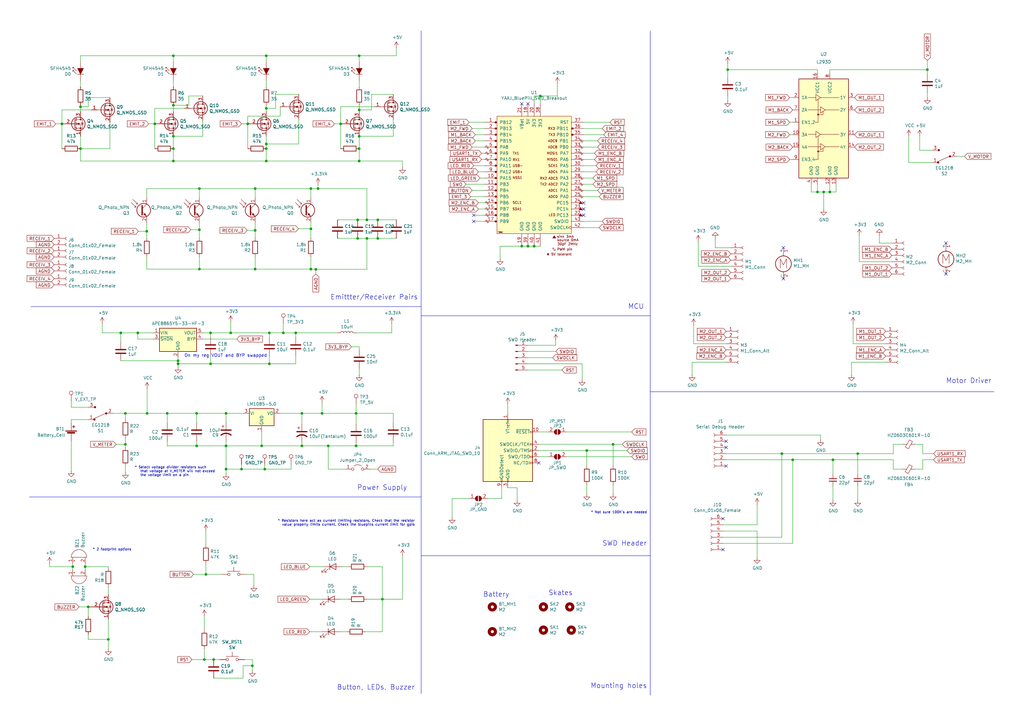
<source format=kicad_sch>
(kicad_sch (version 20230121) (generator eeschema)
  (paper "A3")
  (junction (at 87.63 270.51))
  (junction (at 130.429 77.343))
  (junction (at 221.615 39.37))
  (junction (at 25.4 50.8))
  (junction (at 71.12 22.86))
  (junction (at 60.325 169.545))
  (junction (at 110.49 136.525))
  (junction (at 36.195 248.92))
  (junction (at 68.58 169.545))
  (junction (at 147.32 55.88))
  (junction (at 251.46 182.245))
  (junction (at 86.36 136.525))
  (junction (at 150.495 97.79))
  (junction (at 81.788 77.343))
  (junction (at 73.025 149.225))
  (junction (at 351.79 186.055))
  (junction (at 325.12 188.595))
  (junction (at 150.495 90.17))
  (junction (at 127.508 93.853))
  (junction (at 29.845 232.41))
  (junction (at 240.665 184.785))
  (junction (at 49.53 136.525))
  (junction (at 107.315 182.88))
  (junction (at 132.08 169.545))
  (junction (at 121.285 136.525))
  (junction (at 129.54 110.49))
  (junction (at 81.788 94.234))
  (junction (at 33.02 43.815))
  (junction (at 146.05 169.545))
  (junction (at 156.845 245.745))
  (junction (at 298.45 28.575))
  (junction (at 99.06 192.405))
  (junction (at 86.36 149.225))
  (junction (at 147.32 45.085))
  (junction (at 335.28 78.74))
  (junction (at 71.12 43.18))
  (junction (at 83.82 270.51))
  (junction (at 154.94 97.79))
  (junction (at 81.788 110.363))
  (junction (at 147.32 60.96))
  (junction (at 80.645 169.545))
  (junction (at 123.825 182.88))
  (junction (at 216.535 100.965))
  (junction (at 103.505 273.05))
  (junction (at 123.825 169.545))
  (junction (at 34.925 232.41))
  (junction (at 108.585 192.405))
  (junction (at 127.508 77.343))
  (junction (at 154.94 90.17))
  (junction (at 104.648 77.343))
  (junction (at 71.12 55.88))
  (junction (at 71.12 66.04))
  (junction (at 109.22 60.96))
  (junction (at 134.62 182.88))
  (junction (at 84.455 235.585))
  (junction (at 109.22 44.45))
  (junction (at 146.685 90.17))
  (junction (at 71.12 60.96))
  (junction (at 101.6 50.8))
  (junction (at 109.22 59.055))
  (junction (at 320.675 186.055))
  (junction (at 380.365 28.575))
  (junction (at 44.45 262.255))
  (junction (at 127.508 110.363))
  (junction (at 109.22 66.04))
  (junction (at 51.435 182.245))
  (junction (at 33.02 60.96))
  (junction (at 92.71 192.405))
  (junction (at 80.645 182.88))
  (junction (at 92.71 182.88))
  (junction (at 110.49 149.225))
  (junction (at 147.32 66.04))
  (junction (at 92.71 169.545))
  (junction (at 51.435 169.545))
  (junction (at 116.205 136.525))
  (junction (at 60.198 94.869))
  (junction (at 63.5 50.8))
  (junction (at 213.995 100.965))
  (junction (at 341.63 188.595))
  (junction (at 337.82 78.74))
  (junction (at 139.7 50.8))
  (junction (at 56.515 136.525))
  (junction (at 104.648 94.488))
  (junction (at 73.025 147.955))
  (junction (at 146.685 97.79))
  (junction (at 147.32 22.86))
  (junction (at 146.05 182.88))
  (junction (at 94.615 136.525))
  (junction (at 340.36 78.74))
  (junction (at 219.075 100.965))
  (junction (at 104.648 110.363))
  (junction (at 109.22 22.86))
  (no_connect (at 321.31 101.6))
  (no_connect (at 220.98 189.865))
  (no_connect (at 216.535 42.545))
  (no_connect (at 213.995 42.545))
  (no_connect (at 194.31 90.805))
  (no_connect (at 239.395 88.265))
  (no_connect (at 297.815 191.135))
  (no_connect (at 297.815 183.515))
  (no_connect (at 239.395 83.185))
  (no_connect (at 296.545 212.725))
  (no_connect (at 297.815 180.975))
  (no_connect (at 387.985 99.695))
  (no_connect (at 194.31 88.265))
  (no_connect (at 321.31 114.3))
  (no_connect (at 296.545 225.425))
  (no_connect (at 387.985 112.395))
  (no_connect (at 239.395 85.725))
  (wire (pts (xy 110.49 149.225) (xy 121.285 149.225)))
  (wire (pts (xy 198.755 65.405) (xy 197.485 65.405)))
  (wire (pts (xy 332.74 75.565) (xy 332.74 78.74)))
  (wire (pts (xy 239.395 62.865) (xy 243.84 62.865)))
  (wire (pts (xy 310.515 215.265) (xy 310.515 207.01)))
  (wire (pts (xy 99.695 278.13) (xy 99.695 273.05)))
  (wire (pts (xy 94.615 136.525) (xy 94.615 132.08)))
  (polyline (pts (xy 12.7 125.73) (xy 172.72 125.73)))
  (wire (pts (xy 60.325 169.545) (xy 68.58 169.545)))
  (wire (pts (xy 92.71 182.88) (xy 107.315 182.88)))
  (wire (pts (xy 103.505 274.955) (xy 103.505 273.05)))
  (wire (pts (xy 104.648 81.153) (xy 104.648 77.343)))
  (wire (pts (xy 86.36 149.225) (xy 73.025 149.225)))
  (wire (pts (xy 161.29 48.895) (xy 161.29 55.88)))
  (polyline (pts (xy 266.7 12.7) (xy 266.7 285.115)))
  (wire (pts (xy 71.12 60.96) (xy 71.12 66.04)))
  (wire (pts (xy 99.06 192.405) (xy 108.585 192.405)))
  (wire (pts (xy 22.86 50.8) (xy 25.4 50.8)))
  (wire (pts (xy 198.755 88.265) (xy 194.31 88.265)))
  (wire (pts (xy 81.788 94.234) (xy 81.788 97.663)))
  (wire (pts (xy 73.025 146.685) (xy 73.025 147.955)))
  (wire (pts (xy 83.185 139.065) (xy 97.155 139.065)))
  (wire (pts (xy 83.185 39.37) (xy 77.47 39.37)))
  (wire (pts (xy 219.075 39.37) (xy 221.615 39.37)))
  (wire (pts (xy 100.33 270.51) (xy 103.505 270.51)))
  (wire (pts (xy 127.508 97.663) (xy 127.508 93.853)))
  (wire (pts (xy 198.755 75.565) (xy 191.135 75.565)))
  (wire (pts (xy 325.12 50.165) (xy 323.85 50.165)))
  (wire (pts (xy 142.875 232.41) (xy 140.335 232.41)))
  (wire (pts (xy 104.648 94.488) (xy 101.346 94.488)))
  (wire (pts (xy 29.21 180.975) (xy 29.21 193.04)))
  (wire (pts (xy 216.535 151.765) (xy 230.505 151.765)))
  (wire (pts (xy 33.02 66.04) (xy 71.12 66.04)))
  (wire (pts (xy 36.195 40.005) (xy 36.195 43.815)))
  (wire (pts (xy 123.825 169.545) (xy 132.08 169.545)))
  (wire (pts (xy 366.395 182.245) (xy 366.395 186.055)))
  (wire (pts (xy 84.455 235.585) (xy 79.375 235.585)))
  (wire (pts (xy 152.4 38.735) (xy 161.29 38.735)))
  (wire (pts (xy 33.02 55.88) (xy 33.02 60.96)))
  (wire (pts (xy 134.62 192.405) (xy 141.605 192.405)))
  (wire (pts (xy 245.745 93.345) (xy 239.395 93.345)))
  (wire (pts (xy 239.395 75.565) (xy 243.205 75.565)))
  (wire (pts (xy 86.36 138.43) (xy 86.36 136.525)))
  (wire (pts (xy 342.9 78.74) (xy 342.9 75.565)))
  (wire (pts (xy 77.47 39.37) (xy 77.47 43.18)))
  (wire (pts (xy 380.365 40.005) (xy 380.365 38.1)))
  (wire (pts (xy 33.02 33.02) (xy 33.02 35.56)))
  (wire (pts (xy 109.22 60.96) (xy 109.22 66.04)))
  (wire (pts (xy 335.28 78.74) (xy 335.28 75.565)))
  (wire (pts (xy 150.495 90.17) (xy 154.94 90.17)))
  (wire (pts (xy 94.615 136.525) (xy 110.49 136.525)))
  (wire (pts (xy 165.1 245.745) (xy 165.1 227.965)))
  (wire (pts (xy 240.665 198.755) (xy 240.665 202.565)))
  (wire (pts (xy 119.38 192.405) (xy 119.38 190.5)))
  (wire (pts (xy 251.46 191.135) (xy 251.46 182.245)))
  (wire (pts (xy 108.585 190.5) (xy 108.585 192.405)))
  (wire (pts (xy 123.825 181.61) (xy 123.825 182.88)))
  (wire (pts (xy 122.555 59.055) (xy 109.22 59.055)))
  (wire (pts (xy 84.455 223.52) (xy 84.455 217.805)))
  (wire (pts (xy 220.98 182.245) (xy 251.46 182.245)))
  (wire (pts (xy 156.845 245.745) (xy 156.845 259.08)))
  (wire (pts (xy 99.06 50.8) (xy 101.6 50.8)))
  (wire (pts (xy 45.085 50.165) (xy 45.085 60.96)))
  (wire (pts (xy 198.755 90.805) (xy 194.31 90.805)))
  (wire (pts (xy 147.32 22.86) (xy 162.56 22.86)))
  (wire (pts (xy 87.63 270.51) (xy 83.82 270.51)))
  (wire (pts (xy 283.845 148.59) (xy 283.845 153.67)))
  (wire (pts (xy 127.508 77.343) (xy 130.429 77.343)))
  (wire (pts (xy 36.195 260.35) (xy 36.195 262.255)))
  (wire (pts (xy 127.508 110.363) (xy 129.54 110.363)))
  (wire (pts (xy 71.12 33.02) (xy 71.12 35.56)))
  (wire (pts (xy 193.675 78.105) (xy 198.755 78.105)))
  (wire (pts (xy 51.435 172.085) (xy 51.435 169.545)))
  (wire (pts (xy 147.32 45.085) (xy 147.32 45.72)))
  (wire (pts (xy 114.935 43.815) (xy 114.935 47.625)))
  (wire (pts (xy 297.815 178.435) (xy 336.55 178.435)))
  (wire (pts (xy 380.365 30.48) (xy 380.365 28.575)))
  (wire (pts (xy 378.46 188.595) (xy 382.905 188.595)))
  (wire (pts (xy 114.935 47.625) (xy 101.6 47.625)))
  (wire (pts (xy 239.395 50.165) (xy 250.19 50.165)))
  (wire (pts (xy 147.32 151.13) (xy 147.32 153.67)))
  (wire (pts (xy 134.62 182.88) (xy 134.62 192.405)))
  (wire (pts (xy 139.7 43.815) (xy 139.7 50.8)))
  (wire (pts (xy 100.965 235.585) (xy 104.14 235.585)))
  (wire (pts (xy 320.675 220.345) (xy 320.675 186.055)))
  (wire (pts (xy 75.565 44.45) (xy 63.5 44.45)))
  (wire (pts (xy 92.71 169.545) (xy 99.695 169.545)))
  (wire (pts (xy 351.79 194.31) (xy 351.79 186.055)))
  (wire (pts (xy 161.29 169.545) (xy 161.29 173.355)))
  (wire (pts (xy 365.76 107.315) (xy 352.425 107.315)))
  (wire (pts (xy 71.12 43.18) (xy 71.12 45.72)))
  (wire (pts (xy 238.76 149.225) (xy 238.76 155.575)))
  (polyline (pts (xy 266.7 160.655) (xy 407.67 160.655)))
  (wire (pts (xy 162.56 22.86) (xy 162.56 19.685)))
  (wire (pts (xy 104.648 105.283) (xy 104.648 110.363)))
  (wire (pts (xy 87.63 278.13) (xy 99.695 278.13)))
  (wire (pts (xy 121.285 138.43) (xy 121.285 136.525)))
  (wire (pts (xy 239.395 55.245) (xy 247.65 55.245)))
  (wire (pts (xy 154.94 97.79) (xy 150.495 97.79)))
  (wire (pts (xy 132.08 169.545) (xy 132.08 165.1)))
  (wire (pts (xy 228.6 39.37) (xy 228.6 34.29)))
  (wire (pts (xy 340.36 28.575) (xy 340.36 29.845)))
  (wire (pts (xy 372.745 66.675) (xy 372.745 55.88)))
  (wire (pts (xy 165.1 66.04) (xy 165.1 68.58)))
  (wire (pts (xy 150.495 97.79) (xy 150.495 110.49)))
  (wire (pts (xy 194.945 55.245) (xy 198.755 55.245)))
  (wire (pts (xy 56.515 136.525) (xy 49.53 136.525)))
  (wire (pts (xy 80.645 169.545) (xy 92.71 169.545)))
  (wire (pts (xy 63.5 44.45) (xy 63.5 50.8)))
  (wire (pts (xy 239.395 78.105) (xy 245.11 78.105)))
  (wire (pts (xy 81.788 110.363) (xy 60.198 110.363)))
  (wire (pts (xy 44.45 232.41) (xy 34.925 232.41)))
  (wire (pts (xy 60.325 159.385) (xy 60.325 169.545)))
  (wire (pts (xy 395.605 64.135) (xy 392.43 64.135)))
  (wire (pts (xy 147.32 143.51) (xy 147.32 142.24)))
  (wire (pts (xy 147.32 60.96) (xy 147.32 66.04)))
  (wire (pts (xy 20.32 232.41) (xy 20.32 231.14)))
  (wire (pts (xy 104.14 235.585) (xy 104.14 240.03)))
  (wire (pts (xy 34.925 232.41) (xy 34.925 231.14)))
  (wire (pts (xy 208.28 169.545) (xy 208.28 165.735)))
  (wire (pts (xy 240.665 184.785) (xy 257.175 184.785)))
  (wire (pts (xy 127.508 105.283) (xy 127.508 110.363)))
  (wire (pts (xy 146.685 97.79) (xy 138.43 97.79)))
  (wire (pts (xy 113.03 44.45) (xy 109.22 44.45)))
  (wire (pts (xy 71.12 66.04) (xy 109.22 66.04)))
  (wire (pts (xy 325.12 55.245) (xy 323.85 55.245)))
  (wire (pts (xy 146.05 181.61) (xy 146.05 182.88)))
  (wire (pts (xy 92.71 182.88) (xy 92.71 180.975)))
  (wire (pts (xy 44.45 254) (xy 44.45 262.255)))
  (wire (pts (xy 284.48 140.97) (xy 284.48 133.35)))
  (wire (pts (xy 198.755 70.485) (xy 196.215 70.485)))
  (wire (pts (xy 286.385 109.22) (xy 286.385 99.06)))
  (wire (pts (xy 216.535 146.685) (xy 226.695 146.685)))
  (wire (pts (xy 216.535 149.225) (xy 238.76 149.225)))
  (wire (pts (xy 29.845 232.41) (xy 29.845 233.68)))
  (wire (pts (xy 298.45 41.275) (xy 298.45 39.37)))
  (wire (pts (xy 36.195 262.255) (xy 44.45 262.255)))
  (wire (pts (xy 351.79 199.39) (xy 351.79 205.105)))
  (wire (pts (xy 160.655 136.525) (xy 146.05 136.525)))
  (wire (pts (xy 212.09 200.025) (xy 212.09 205.105)))
  (wire (pts (xy 216.535 100.965) (xy 213.995 100.965)))
  (wire (pts (xy 92.71 192.405) (xy 99.06 192.405)))
  (wire (pts (xy 34.925 233.68) (xy 34.925 232.41)))
  (wire (pts (xy 129.54 110.49) (xy 129.54 112.395)))
  (wire (pts (xy 296.545 215.265) (xy 310.515 215.265)))
  (wire (pts (xy 147.32 142.24) (xy 144.145 142.24)))
  (wire (pts (xy 205.74 204.47) (xy 200.025 204.47)))
  (wire (pts (xy 44.45 262.255) (xy 44.45 266.065)))
  (wire (pts (xy 220.98 187.325) (xy 224.79 187.325)))
  (wire (pts (xy 251.46 198.755) (xy 251.46 202.565)))
  (wire (pts (xy 147.32 22.86) (xy 109.22 22.86)))
  (wire (pts (xy 154.94 90.17) (xy 162.56 90.17)))
  (wire (pts (xy 108.585 192.405) (xy 119.38 192.405)))
  (wire (pts (xy 351.79 186.055) (xy 366.395 186.055)))
  (wire (pts (xy 92.71 182.88) (xy 80.645 182.88)))
  (wire (pts (xy 29.21 167.005) (xy 29.21 164.465)))
  (polyline (pts (xy 172.72 12.7) (xy 172.72 284.48)))
  (wire (pts (xy 259.08 177.165) (xy 232.41 177.165)))
  (wire (pts (xy 198.755 57.785) (xy 194.945 57.785)))
  (wire (pts (xy 156.845 232.41) (xy 156.845 245.745)))
  (wire (pts (xy 310.515 217.805) (xy 310.515 228.6)))
  (wire (pts (xy 192.405 50.165) (xy 198.755 50.165)))
  (wire (pts (xy 138.43 136.525) (xy 121.285 136.525)))
  (wire (pts (xy 216.535 144.145) (xy 227.965 144.145)))
  (wire (pts (xy 239.395 80.645) (xy 245.745 80.645)))
  (wire (pts (xy 86.36 149.225) (xy 110.49 149.225)))
  (wire (pts (xy 81.788 81.153) (xy 81.788 77.343)))
  (wire (pts (xy 378.46 182.245) (xy 378.46 186.055)))
  (wire (pts (xy 123.825 169.545) (xy 123.825 173.99)))
  (wire (pts (xy 296.545 217.805) (xy 310.515 217.805)))
  (wire (pts (xy 198.755 62.865) (xy 197.485 62.865)))
  (wire (pts (xy 193.675 60.325) (xy 198.755 60.325)))
  (wire (pts (xy 299.72 101.6) (xy 293.37 101.6)))
  (wire (pts (xy 239.395 73.025) (xy 243.205 73.025)))
  (wire (pts (xy 192.405 204.47) (xy 185.42 204.47)))
  (wire (pts (xy 161.29 55.88) (xy 147.32 55.88)))
  (wire (pts (xy 365.76 99.695) (xy 360.68 99.695)))
  (wire (pts (xy 83.82 270.51) (xy 78.74 270.51)))
  (wire (pts (xy 245.11 60.325) (xy 239.395 60.325)))
  (wire (pts (xy 296.545 222.885) (xy 325.12 222.885)))
  (wire (pts (xy 83.82 266.065) (xy 83.82 270.51)))
  (wire (pts (xy 340.36 28.575) (xy 380.365 28.575)))
  (wire (pts (xy 335.28 29.845) (xy 335.28 28.575)))
  (wire (pts (xy 81.788 77.343) (xy 60.198 77.343)))
  (wire (pts (xy 104.648 91.313) (xy 104.648 94.488)))
  (wire (pts (xy 60.198 81.153) (xy 60.198 77.343)))
  (wire (pts (xy 193.04 80.645) (xy 198.755 80.645)))
  (wire (pts (xy 77.47 43.18) (xy 71.12 43.18)))
  (wire (pts (xy 81.788 94.234) (xy 78.232 94.234)))
  (wire (pts (xy 360.68 99.695) (xy 360.68 96.52)))
  (wire (pts (xy 51.435 169.545) (xy 60.325 169.545)))
  (wire (pts (xy 205.105 100.965) (xy 213.995 100.965)))
  (wire (pts (xy 366.395 182.245) (xy 370.205 182.245)))
  (wire (pts (xy 36.83 248.92) (xy 36.195 248.92)))
  (wire (pts (xy 378.46 182.245) (xy 375.285 182.245)))
  (wire (pts (xy 221.615 39.37) (xy 228.6 39.37)))
  (wire (pts (xy 25.4 45.085) (xy 37.465 45.085)))
  (wire (pts (xy 150.495 245.745) (xy 156.845 245.745)))
  (wire (pts (xy 363.22 140.97) (xy 349.885 140.97)))
  (wire (pts (xy 160.655 132.715) (xy 160.655 136.525)))
  (wire (pts (xy 185.42 204.47) (xy 185.42 212.09)))
  (wire (pts (xy 49.53 140.335) (xy 49.53 136.525)))
  (wire (pts (xy 341.63 188.595) (xy 366.395 188.595)))
  (wire (pts (xy 114.935 169.545) (xy 123.825 169.545)))
  (wire (pts (xy 127.508 110.363) (xy 104.648 110.363)))
  (wire (pts (xy 340.36 78.74) (xy 340.36 75.565)))
  (wire (pts (xy 84.455 235.585) (xy 90.805 235.585)))
  (wire (pts (xy 245.11 57.785) (xy 239.395 57.785)))
  (wire (pts (xy 44.45 243.84) (xy 44.45 240.665)))
  (wire (pts (xy 134.62 182.88) (xy 123.825 182.88)))
  (wire (pts (xy 283.845 148.59) (xy 297.815 148.59)))
  (wire (pts (xy 298.45 28.575) (xy 298.45 26.035)))
  (wire (pts (xy 51.435 182.245) (xy 51.435 183.515)))
  (wire (pts (xy 60.198 94.869) (xy 56.769 94.869)))
  (wire (pts (xy 146.685 90.17) (xy 150.495 90.17)))
  (wire (pts (xy 51.435 191.135) (xy 51.435 193.675)))
  (wire (pts (xy 152.4 45.085) (xy 152.4 38.735)))
  (wire (pts (xy 150.495 77.343) (xy 150.495 90.17)))
  (wire (pts (xy 208.28 200.025) (xy 212.09 200.025)))
  (wire (pts (xy 36.195 167.005) (xy 29.21 167.005)))
  (wire (pts (xy 109.22 22.86) (xy 71.12 22.86)))
  (wire (pts (xy 320.675 186.055) (xy 351.79 186.055)))
  (wire (pts (xy 227.965 141.605) (xy 227.965 139.7)))
  (wire (pts (xy 109.22 22.86) (xy 109.22 25.4)))
  (wire (pts (xy 68.58 180.975) (xy 68.58 182.88)))
  (wire (pts (xy 219.075 42.545) (xy 219.075 39.37)))
  (wire (pts (xy 113.03 38.735) (xy 113.03 44.45)))
  (wire (pts (xy 104.648 110.363) (xy 81.788 110.363)))
  (wire (pts (xy 244.475 67.945) (xy 239.395 67.945)))
  (wire (pts (xy 109.22 55.88) (xy 109.22 59.055)))
  (wire (pts (xy 239.395 65.405) (xy 243.84 65.405)))
  (wire (pts (xy 377.19 61.595) (xy 377.19 55.88)))
  (wire (pts (xy 101.6 50.8) (xy 101.6 60.96)))
  (wire (pts (xy 116.205 136.525) (xy 121.285 136.525)))
  (wire (pts (xy 221.615 39.37) (xy 221.615 42.545)))
  (wire (pts (xy 378.46 192.405) (xy 378.46 188.595)))
  (wire (pts (xy 336.55 178.435) (xy 336.55 180.34)))
  (wire (pts (xy 104.648 94.488) (xy 104.648 97.663)))
  (wire (pts (xy 332.74 78.74) (xy 335.28 78.74)))
  (wire (pts (xy 101.6 47.625) (xy 101.6 50.8)))
  (wire (pts (xy 232.41 187.325) (xy 259.08 187.325)))
  (wire (pts (xy 123.825 182.88) (xy 107.315 182.88)))
  (wire (pts (xy 341.63 205.105) (xy 341.63 199.39)))
  (wire (pts (xy 68.58 173.355) (xy 68.58 169.545)))
  (wire (pts (xy 150.495 232.41) (xy 156.845 232.41)))
  (wire (pts (xy 161.29 182.88) (xy 146.05 182.88)))
  (wire (pts (xy 92.71 173.355) (xy 92.71 169.545)))
  (wire (pts (xy 378.46 186.055) (xy 382.905 186.055)))
  (wire (pts (xy 73.025 147.955) (xy 73.025 149.225)))
  (wire (pts (xy 62.865 136.525) (xy 56.515 136.525)))
  (wire (pts (xy 51.435 182.245) (xy 47.625 182.245)))
  (wire (pts (xy 297.815 140.97) (xy 284.48 140.97)))
  (polyline (pts (xy 266.7 227.965) (xy 172.72 227.965)))
  (wire (pts (xy 251.46 182.245) (xy 255.27 182.245)))
  (wire (pts (xy 41.91 136.525) (xy 41.91 132.715)))
  (wire (pts (xy 109.22 43.18) (xy 109.22 44.45)))
  (wire (pts (xy 239.395 90.805) (xy 247.015 90.805)))
  (wire (pts (xy 92.71 192.405) (xy 92.71 194.31)))
  (wire (pts (xy 80.645 182.88) (xy 80.645 180.975)))
  (wire (pts (xy 83.82 258.445) (xy 83.82 252.73)))
  (wire (pts (xy 323.85 40.005) (xy 325.12 40.005)))
  (wire (pts (xy 198.755 85.725) (xy 196.215 85.725)))
  (wire (pts (xy 219.075 100.965) (xy 216.535 100.965)))
  (wire (pts (xy 121.285 146.05) (xy 121.285 149.225)))
  (wire (pts (xy 44.45 233.045) (xy 44.45 232.41)))
  (wire (pts (xy 366.395 192.405) (xy 370.205 192.405)))
  (wire (pts (xy 73.025 149.225) (xy 73.025 150.495)))
  (wire (pts (xy 86.36 146.05) (xy 86.36 149.225)))
  (wire (pts (xy 83.185 55.88) (xy 71.12 55.88)))
  (wire (pts (xy 110.49 138.43) (xy 110.49 136.525)))
  (wire (pts (xy 71.12 22.86) (xy 33.02 22.86)))
  (wire (pts (xy 156.845 245.745) (xy 165.1 245.745)))
  (wire (pts (xy 150.495 97.79) (xy 146.685 97.79)))
  (wire (pts (xy 298.45 28.575) (xy 335.28 28.575)))
  (wire (pts (xy 36.195 252.73) (xy 36.195 248.92)))
  (wire (pts (xy 107.315 182.88) (xy 107.315 177.165)))
  (wire (pts (xy 293.37 101.6) (xy 293.37 97.79)))
  (wire (pts (xy 341.63 194.31) (xy 341.63 188.595)))
  (wire (pts (xy 146.05 182.88) (xy 134.62 182.88)))
  (wire (pts (xy 146.05 169.545) (xy 146.05 165.735)))
  (wire (pts (xy 239.395 52.705) (xy 247.015 52.705)))
  (wire (pts (xy 36.195 248.92) (xy 32.385 248.92)))
  (wire (pts (xy 219.075 100.965) (xy 221.615 100.965)))
  (wire (pts (xy 340.36 78.74) (xy 342.9 78.74)))
  (wire (pts (xy 83.185 49.53) (xy 83.185 55.88)))
  (wire (pts (xy 110.49 146.05) (xy 110.49 149.225)))
  (wire (pts (xy 378.46 192.405) (xy 375.285 192.405)))
  (wire (pts (xy 147.32 33.02) (xy 147.32 35.56)))
  (wire (pts (xy 36.195 43.815) (xy 33.02 43.815)))
  (wire (pts (xy 33.02 43.18) (xy 33.02 43.815)))
  (wire (pts (xy 109.22 59.055) (xy 109.22 60.96)))
  (wire (pts (xy 220.98 184.785) (xy 240.665 184.785)))
  (wire (pts (xy 139.7 50.8) (xy 139.7 60.96)))
  (wire (pts (xy 71.12 55.88) (xy 71.12 60.96)))
  (wire (pts (xy 337.82 78.74) (xy 340.36 78.74)))
  (wire (pts (xy 51.435 179.705) (xy 51.435 182.245)))
  (wire (pts (xy 146.05 169.545) (xy 161.29 169.545)))
  (wire (pts (xy 224.79 177.165) (xy 220.98 177.165)))
  (wire (pts (xy 81.788 91.313) (xy 81.788 94.234)))
  (wire (pts (xy 29.845 231.14) (xy 29.845 232.41)))
  (wire (pts (xy 138.43 90.17) (xy 146.685 90.17)))
  (wire (pts (xy 104.648 77.343) (xy 81.788 77.343)))
  (wire (pts (xy 337.82 78.74) (xy 337.82 85.725)))
  (wire (pts (xy 99.695 273.05) (xy 103.505 273.05)))
  (wire (pts (xy 147.32 55.88) (xy 147.32 60.96)))
  (wire (pts (xy 90.17 270.51) (xy 87.63 270.51)))
  (wire (pts (xy 198.755 67.945) (xy 194.31 67.945)))
  (wire (pts (xy 86.36 136.525) (xy 94.615 136.525)))
  (wire (pts (xy 205.105 100.965) (xy 205.105 106.045)))
  (wire (pts (xy 325.12 65.405) (xy 323.85 65.405)))
  (wire (pts (xy 153.67 43.815) (xy 139.7 43.815)))
  (wire (pts (xy 130.429 77.343) (xy 130.429 75.692)))
  (wire (pts (xy 127 245.745) (xy 132.08 245.745)))
  (wire (pts (xy 296.545 220.345) (xy 320.675 220.345)))
  (wire (pts (xy 196.85 73.025) (xy 198.755 73.025)))
  (wire (pts (xy 244.475 70.485) (xy 239.395 70.485)))
  (wire (pts (xy 36.195 172.085) (xy 29.21 172.085)))
  (wire (pts (xy 45.085 60.96) (xy 33.02 60.96)))
  (polyline (pts (xy 266.7 129.54) (xy 172.72 129.54)))
  (polyline (pts (xy 172.72 203.835) (xy 12.065 203.835)))
  (wire (pts (xy 142.24 259.08) (xy 139.7 259.08)))
  (wire (pts (xy 80.645 182.88) (xy 68.58 182.88)))
  (wire (pts (xy 297.815 188.595) (xy 325.12 188.595)))
  (wire (pts (xy 104.648 77.343) (xy 127.508 77.343)))
  (wire (pts (xy 49.53 136.525) (xy 41.91 136.525)))
  (wire (pts (xy 45.085 40.005) (xy 36.195 40.005)))
  (wire (pts (xy 325.12 222.885) (xy 325.12 188.595)))
  (wire (pts (xy 130.429 77.343) (xy 150.495 77.343)))
  (wire (pts (xy 109.22 33.02) (xy 109.22 35.56)))
  (wire (pts (xy 29.845 232.41) (xy 20.32 232.41)))
  (wire (pts (xy 116.205 132.715) (xy 116.205 136.525)))
  (wire (pts (xy 198.755 83.185) (xy 196.215 83.185)))
  (wire (pts (xy 81.788 105.283) (xy 81.788 110.363)))
  (wire (pts (xy 129.54 110.363) (xy 129.54 110.49)))
  (wire (pts (xy 366.395 192.405) (xy 366.395 188.595)))
  (wire (pts (xy 80.645 173.355) (xy 80.645 169.545)))
  (wire (pts (xy 297.815 186.055) (xy 320.675 186.055)))
  (wire (pts (xy 60.198 94.869) (xy 60.198 97.663)))
  (wire (pts (xy 162.56 97.79) (xy 154.94 97.79)))
  (wire (pts (xy 122.555 38.735) (xy 113.03 38.735)))
  (wire (pts (xy 25.4 50.8) (xy 25.4 60.96)))
  (wire (pts (xy 137.16 50.8) (xy 139.7 50.8)))
  (wire (pts (xy 60.198 105.283) (xy 60.198 110.363)))
  (wire (pts (xy 380.365 28.575) (xy 380.365 24.765)))
  (wire (pts (xy 127.508 93.853) (xy 122.428 93.853)))
  (wire (pts (xy 198.755 52.705) (xy 193.675 52.705)))
  (wire (pts (xy 60.96 50.8) (xy 63.5 50.8)))
  (wire (pts (xy 161.29 180.975) (xy 161.29 182.88)))
  (wire (pts (xy 127.508 77.343) (xy 127.508 81.153)))
  (wire (pts (xy 352.425 107.315) (xy 352.425 96.52)))
  (wire (pts (xy 109.22 44.45) (xy 109.22 45.72)))
  (wire (pts (xy 33.02 43.815) (xy 33.02 45.72)))
  (wire (pts (xy 299.72 109.22) (xy 286.385 109.22)))
  (wire (pts (xy 33.02 22.86) (xy 33.02 25.4)))
  (wire (pts (xy 33.02 60.96) (xy 33.02 66.04)))
  (wire (pts (xy 68.58 169.545) (xy 80.645 169.545)))
  (wire (pts (xy 29.21 172.085) (xy 29.21 173.355)))
  (wire (pts (xy 127 259.08) (xy 132.08 259.08)))
  (wire (pts (xy 382.27 61.595) (xy 377.19 61.595)))
  (wire (pts (xy 216.535 141.605) (xy 227.965 141.605)))
  (wire (pts (xy 109.22 66.04) (xy 147.32 66.04)))
  (wire (pts (xy 349.25 148.59) (xy 363.22 148.59)))
  (wire (pts (xy 63.5 50.8) (xy 63.5 60.96)))
  (wire (pts (xy 56.515 139.065) (xy 62.865 139.065)))
  (wire (pts (xy 205.74 200.025) (xy 205.74 204.47)))
  (wire (pts (xy 147.32 43.18) (xy 147.32 45.085)))
  (wire (pts (xy 56.515 136.525) (xy 56.515 139.065)))
  (wire (pts (xy 147.32 45.085) (xy 152.4 45.085)))
  (wire (pts (xy 335.28 78.74) (xy 337.82 78.74)))
  (wire (pts (xy 382.27 66.675) (xy 372.745 66.675)))
  (wire (pts (xy 99.06 190.5) (xy 99.06 192.405)))
  (wire (pts (xy 127 232.41) (xy 132.715 232.41)))
  (wire (pts (xy 349.885 140.97) (xy 349.885 132.715)))
  (wire (pts (xy 127.508 93.853) (xy 127.508 91.313)))
  (wire (pts (xy 92.71 182.88) (xy 92.71 192.405)))
  (wire (pts (xy 156.845 259.08) (xy 149.86 259.08)))
  (wire (pts (xy 132.08 169.545) (xy 146.05 169.545)))
  (wire (pts (xy 103.505 273.05) (xy 103.505 270.51)))
  (wire (pts (xy 71.12 22.86) (xy 71.12 25.4)))
  (wire (pts (xy 325.12 188.595) (xy 341.63 188.595)))
  (wire (pts (xy 49.53 147.955) (xy 73.025 147.955)))
  (wire (pts (xy 240.665 191.135) (xy 240.665 184.785)))
  (wire (pts (xy 83.185 136.525) (xy 86.36 136.525)))
  (wire (pts (xy 147.32 66.04) (xy 165.1 66.04)))
  (wire (pts (xy 150.495 110.49) (xy 129.54 110.49)))
  (wire (pts (xy 298.45 31.75) (xy 298.45 28.575)))
  (wire (pts (xy 122.555 48.895) (xy 122.555 59.055)))
  (wire (pts (xy 46.355 169.545) (xy 51.435 169.545)))
  (wire (pts (xy 146.05 169.545) (xy 146.05 173.99)))
  (wire (pts (xy 154.94 192.405) (xy 151.765 192.405)))
  (wire (pts (xy 60.198 91.313) (xy 60.198 94.869)))
  (wire (pts (xy 142.875 245.745) (xy 139.7 245.745)))
  (wire (pts (xy 147.32 25.4) (xy 147.32 22.86)))
  (wire (pts (xy 349.25 148.59) (xy 349.25 153.67)))
  (wire (pts (xy 84.455 231.14) (xy 84.455 235.585)))
  (wire (pts (xy 25.4 45.085) (xy 25.4 50.8)))
  (wire (pts (xy 110.49 136.525) (xy 116.205 136.525)))
  (text "Power Supply" (at 167.005 201.295 0) (effects (font (size 2.0066 2.0066)) (justify right bottom)))
  (text "* 2 footprint options" (at 53.975 226.06 0) (effects (font (size 0.9906 0.9906)) (justify right bottom)))
  (text "Mounting holes" (at 265.43 282.575 0) (effects (font (size 2.0066 2.0066)) (justify right bottom)))
  (text "Battery" (at 208.915 245.11 0) (effects (font (size 2.0066 2.0066)) (justify right bottom)))
  (text "MCU" (at 264.16 127 0) (effects (font (size 2.0066 2.0066)) (justify right bottom)))
  (text "Emittter/Receiver Pairs" (at 171.45 123.19 0) (effects (font (size 2.0066 2.0066)) (justify right bottom)))
  (text "On my reg VOUT and BYP swapped" (at 75.565 146.685 0) (effects (font (size 1.27 1.27)) (justify left bottom)))
  (text "* Resistors here act as current limiting resistors. Check that the resistor\n  value properly limits current. Check the bluepills current limit for gpio" (at 170.18 215.9 0) (effects (font (size 0.9906 0.9906)) (justify right bottom)))
  (text "Button, LEDs, Buzzer" (at 170.18 283.21 0) (effects (font (size 2.0066 2.0066)) (justify right bottom)))
  (text "Skates" (at 234.95 244.475 0) (effects (font (size 2.0066 2.0066)) (justify right bottom)))
  (text "* Not sure 100K’s are needed" (at 265.43 210.82 0) (effects (font (size 0.9906 0.9906)) (justify right bottom)))
  (text "SWD Header" (at 247.015 224.155 0) (effects (font (size 2.0066 2.0066)) (justify left bottom)))
  (text "Motor Driver" (at 387.985 157.48 0) (effects (font (size 2.0066 2.0066)) (justify left bottom)))
  (text "* Select voltage divider resistors such\n   that voltage at V_METER will not exceed\n   the voltage limit on a pin" (at 55.245 195.58 0) (effects (font (size 0.9906 0.9906)) (justify left bottom)))
  (global_label "M2_FWD" (shape input) (at 323.85 55.245 180) (property "Intersheetrefs" "${INTERSHEET_REFS}" (effects hide)))
  (global_label "RST" (shape input) (at 230.505 151.765 0) (property "Intersheetrefs" "${INTERSHEET_REFS}" (effects hide)))
  (global_label "EMIT_2" (shape input) (at 247.015 52.705 0) (property "Intersheetrefs" "${INTERSHEET_REFS}" (effects hide)))
  (global_label "3V3_BYP" (shape input) (at 144.145 142.24 180) (property "Intersheetrefs" "${INTERSHEET_REFS}" (effects hide)))
  (global_label "AGND" (shape input) (at 22.225 111.125 180) (property "Intersheetrefs" "${INTERSHEET_REFS}" (effects hide)))
  (global_label "M1_OUT_1" (shape input) (at 350.52 40.005 0) (property "Intersheetrefs" "${INTERSHEET_REFS}" (effects hide)))
  (global_label "RECEIV_3" (shape input) (at 22.225 108.585 180) (property "Intersheetrefs" "${INTERSHEET_REFS}" (effects hide)))
  (global_label "M2_BACK" (shape input) (at 325.12 60.325 180) (property "Intersheetrefs" "${INTERSHEET_REFS}" (effects hide)))
  (global_label "M1_ENC_A" (shape input) (at 365.76 104.775 180) (property "Intersheetrefs" "${INTERSHEET_REFS}" (effects hide)))
  (global_label "RECEIV_1" (shape input) (at 22.225 97.79 180) (property "Intersheetrefs" "${INTERSHEET_REFS}" (effects hide)))
  (global_label "M1_OUT_2" (shape input) (at 363.22 138.43 180) (property "Intersheetrefs" "${INTERSHEET_REFS}" (effects hide)))
  (global_label "M2_OUT_1" (shape input) (at 299.72 114.3 180) (property "Intersheetrefs" "${INTERSHEET_REFS}" (effects hide)))
  (global_label "SWDCLK" (shape input) (at 245.745 93.345 0) (property "Intersheetrefs" "${INTERSHEET_REFS}" (effects hide)))
  (global_label "BUTTON" (shape input) (at 79.375 235.585 180) (property "Intersheetrefs" "${INTERSHEET_REFS}" (effects hide)))
  (global_label "M2_OUT_1" (shape input) (at 297.815 135.89 180) (property "Intersheetrefs" "${INTERSHEET_REFS}" (effects hide)))
  (global_label "M2_FWD" (shape input) (at 193.675 52.705 180) (property "Intersheetrefs" "${INTERSHEET_REFS}" (effects hide)))
  (global_label "V_METER" (shape input) (at 245.11 78.105 0) (property "Intersheetrefs" "${INTERSHEET_REFS}" (effects hide)))
  (global_label "3V3_BYP" (shape input) (at 97.155 139.065 0) (property "Intersheetrefs" "${INTERSHEET_REFS}" (effects hide)))
  (global_label "SWDIO" (shape input) (at 247.015 90.805 0) (property "Intersheetrefs" "${INTERSHEET_REFS}" (effects hide)))
  (global_label "M2_SPD" (shape input) (at 323.85 65.405 180) (property "Intersheetrefs" "${INTERSHEET_REFS}" (effects hide)))
  (global_label "EMIT_3" (shape input) (at 193.04 80.645 180) (property "Intersheetrefs" "${INTERSHEET_REFS}" (effects hide)))
  (global_label "M2_OUT_2" (shape input) (at 350.52 60.325 0) (property "Intersheetrefs" "${INTERSHEET_REFS}" (effects hide)))
  (global_label "M1_FWD" (shape input) (at 193.675 60.325 180) (property "Intersheetrefs" "${INTERSHEET_REFS}" (effects hide)))
  (global_label "EMIT_2" (shape input) (at 60.96 50.8 180) (property "Intersheetrefs" "${INTERSHEET_REFS}" (effects hide)))
  (global_label "RST" (shape input) (at 250.19 50.165 0) (property "Intersheetrefs" "${INTERSHEET_REFS}" (effects hide)))
  (global_label "M2_ENC_B" (shape input) (at 196.215 83.185 180) (property "Intersheetrefs" "${INTERSHEET_REFS}" (effects hide)))
  (global_label "M1_ENC_B" (shape input) (at 365.76 102.235 180) (property "Intersheetrefs" "${INTERSHEET_REFS}" (effects hide)))
  (global_label "USART1_TX" (shape input) (at 197.485 62.865 180) (property "Intersheetrefs" "${INTERSHEET_REFS}" (effects hide)))
  (global_label "M1_ENC_A" (shape input) (at 363.22 143.51 180) (property "Intersheetrefs" "${INTERSHEET_REFS}" (effects hide)))
  (global_label "M2_ENC_B" (shape input) (at 297.815 146.05 180) (property "Intersheetrefs" "${INTERSHEET_REFS}" (effects hide)))
  (global_label "M1_SPD" (shape input) (at 323.85 50.165 180) (property "Intersheetrefs" "${INTERSHEET_REFS}" (effects hide)))
  (global_label "RECEIV_4" (shape input) (at 245.11 57.785 0) (property "Intersheetrefs" "${INTERSHEET_REFS}" (effects hide)))
  (global_label "AGND" (shape input) (at 22.225 100.33 180) (property "Intersheetrefs" "${INTERSHEET_REFS}" (effects hide)))
  (global_label "RECEIV_1" (shape input) (at 56.769 94.869 180) (property "Intersheetrefs" "${INTERSHEET_REFS}" (effects hide)))
  (global_label "RECEIV_2" (shape input) (at 78.232 94.234 180) (property "Intersheetrefs" "${INTERSHEET_REFS}" (effects hide)))
  (global_label "LED_BLUE" (shape input) (at 196.215 70.485 180) (property "Intersheetrefs" "${INTERSHEET_REFS}" (effects hide)))
  (global_label "SWDIO" (shape input) (at 257.175 184.785 0) (property "Intersheetrefs" "${INTERSHEET_REFS}" (effects hide)))
  (global_label "V_METER" (shape input) (at 47.625 182.245 180) (property "Intersheetrefs" "${INTERSHEET_REFS}" (effects hide)))
  (global_label "RECEIV_4" (shape input) (at 22.225 114.3 180) (property "Intersheetrefs" "${INTERSHEET_REFS}" (effects hide)))
  (global_label "M1_ENC_A" (shape input) (at 243.84 65.405 0) (property "Intersheetrefs" "${INTERSHEET_REFS}" (effects hide)))
  (global_label "AGND" (shape input) (at 22.225 116.84 180) (property "Intersheetrefs" "${INTERSHEET_REFS}" (effects hide)))
  (global_label "SWO" (shape input) (at 191.135 75.565 180) (property "Intersheetrefs" "${INTERSHEET_REFS}" (effects hide)))
  (global_label "RECEIV_2" (shape input) (at 244.475 70.485 0) (property "Intersheetrefs" "${INTERSHEET_REFS}" (effects hide)))
  (global_label "LED_GREEN" (shape input) (at 196.85 73.025 180) (property "Intersheetrefs" "${INTERSHEET_REFS}" (effects hide)))
  (global_label "M2_OUT_2" (shape input) (at 297.815 138.43 180) (property "Intersheetrefs" "${INTERSHEET_REFS}" (effects hide)))
  (global_label "EMIT_3" (shape input) (at 99.06 50.8 180) (property "Intersheetrefs" "${INTERSHEET_REFS}" (effects hide)))
  (global_label "M1_ENC_B" (shape input) (at 243.84 62.865 0) (property "Intersheetrefs" "${INTERSHEET_REFS}" (effects hide)))
  (global_label "RECEIV_4" (shape input) (at 122.428 93.853 180) (property "Intersheetrefs" "${INTERSHEET_REFS}" (effects hide)))
  (global_label "SWDCLK" (shape input) (at 226.695 146.685 0) (property "Intersheetrefs" "${INTERSHEET_REFS}" (effects hide)))
  (global_label "M1_SPD" (shape input) (at 243.205 73.025 0) (property "Intersheetrefs" "${INTERSHEET_REFS}" (effects hide)))
  (global_label "LED_BLUE" (shape input) (at 127 232.41 180) (property "Intersheetrefs" "${INTERSHEET_REFS}" (effects hide)))
  (global_label "RST" (shape input) (at 78.74 270.51 180) (property "Intersheetrefs" "${INTERSHEET_REFS}" (effects hide)))
  (global_label "RECEIV_3" (shape input) (at 101.346 94.488 180) (property "Intersheetrefs" "${INTERSHEET_REFS}" (effects hide)))
  (global_label "M1_OUT_1" (shape input) (at 363.22 135.89 180) (property "Intersheetrefs" "${INTERSHEET_REFS}" (effects hide)))
  (global_label "USART1_RX" (shape input) (at 382.905 186.055 0) (property "Intersheetrefs" "${INTERSHEET_REFS}" (effects hide)))
  (global_label "RECEIV_3" (shape input) (at 245.11 60.325 0) (property "Intersheetrefs" "${INTERSHEET_REFS}" (effects hide)))
  (global_label "M1_ENC_B" (shape input) (at 363.22 146.05 180) (property "Intersheetrefs" "${INTERSHEET_REFS}" (effects hide)))
  (global_label "M2_OUT_1" (shape input) (at 350.52 55.245 0) (property "Intersheetrefs" "${INTERSHEET_REFS}" (effects hide)))
  (global_label "M2_SPD" (shape input) (at 243.205 75.565 0) (property "Intersheetrefs" "${INTERSHEET_REFS}" (effects hide)))
  (global_label "AGND" (shape input) (at 154.94 192.405 0) (property "Intersheetrefs" "${INTERSHEET_REFS}" (effects hide)))
  (global_label "M2_ENC_A" (shape input) (at 297.815 143.51 180) (property "Intersheetrefs" "${INTERSHEET_REFS}" (effects hide)))
  (global_label "LED_GREEN" (shape input) (at 127 245.745 180) (property "Intersheetrefs" "${INTERSHEET_REFS}" (effects hide)))
  (global_label "M2_OUT_2" (shape input) (at 299.72 111.76 180) (property "Intersheetrefs" "${INTERSHEET_REFS}" (effects hide)))
  (global_label "BUZZER" (shape input) (at 245.745 80.645 0) (property "Intersheetrefs" "${INTERSHEET_REFS}" (effects hide)))
  (global_label "EMIT_4" (shape input) (at 137.16 50.8 180) (property "Intersheetrefs" "${INTERSHEET_REFS}" (effects hide)))
  (global_label "EMIT_1" (shape input) (at 22.86 50.8 180) (property "Intersheetrefs" "${INTERSHEET_REFS}" (effects hide)))
  (global_label "SWDIO" (shape input) (at 227.965 144.145 0) (property "Intersheetrefs" "${INTERSHEET_REFS}" (effects hide)))
  (global_label "M1_BACK" (shape input) (at 325.12 45.085 180) (property "Intersheetrefs" "${INTERSHEET_REFS}" (effects hide)))
  (global_label "V_MOTOR" (shape input) (at 380.365 24.765 90) (property "Intersheetrefs" "${INTERSHEET_REFS}" (effects hide)))
  (global_label "M2_ENC_A" (shape input) (at 299.72 106.68 180) (property "Intersheetrefs" "${INTERSHEET_REFS}" (effects hide)))
  (global_label "LED_RED" (shape input) (at 127 259.08 180) (property "Intersheetrefs" "${INTERSHEET_REFS}" (effects hide)))
  (global_label "M1_FWD" (shape input) (at 323.85 40.005 180) (property "Intersheetrefs" "${INTERSHEET_REFS}" (effects hide)))
  (global_label "EMIT_4" (shape input) (at 247.65 55.245 0) (property "Intersheetrefs" "${INTERSHEET_REFS}" (effects hide)))
  (global_label "USART1_TX" (shape input) (at 382.905 188.595 0) (property "Intersheetrefs" "${INTERSHEET_REFS}" (effects hide)))
  (global_label "LED_RED" (shape input) (at 194.31 67.945 180) (property "Intersheetrefs" "${INTERSHEET_REFS}" (effects hide)))
  (global_label "V_MOTOR" (shape input) (at 395.605 64.135 0) (property "Intersheetrefs" "${INTERSHEET_REFS}" (effects hide)))
  (global_label "M2_BACK" (shape input) (at 194.945 57.785 180) (property "Intersheetrefs" "${INTERSHEET_REFS}" (effects hide)))
  (global_label "M2_ENC_A" (shape input) (at 196.215 85.725 180) (property "Intersheetrefs" "${INTERSHEET_REFS}" (effects hide)))
  (global_label "BUTTON" (shape input) (at 193.675 78.105 180) (property "Intersheetrefs" "${INTERSHEET_REFS}" (effects hide)))
  (global_label "AGND" (shape input) (at 22.225 105.41 180) (property "Intersheetrefs" "${INTERSHEET_REFS}" (effects hide)))
  (global_label "M1_BACK" (shape input) (at 194.945 55.245 180) (property "Intersheetrefs" "${INTERSHEET_REFS}" (effects hide)))
  (global_label "RECEIV_1" (shape input) (at 244.475 67.945 0) (property "Intersheetrefs" "${INTERSHEET_REFS}" (effects hide)))
  (global_label "RECEIV_2" (shape input) (at 22.225 102.87 180) (property "Intersheetrefs" "${INTERSHEET_REFS}" (effects hide)))
  (global_label "BUZZER" (shape input) (at 32.385 248.92 180) (property "Intersheetrefs" "${INTERSHEET_REFS}" (effects hide)))
  (global_label "M1_OUT_2" (shape input) (at 365.76 109.855 180) (property "Intersheetrefs" "${INTERSHEET_REFS}" (effects hide)))
  (global_label "USART1_RX" (shape input) (at 197.485 65.405 180) (property "Intersheetrefs" "${INTERSHEET_REFS}" (effects hide)))
  (global_label "SWDCLK" (shape input) (at 255.27 182.245 0) (property "Intersheetrefs" "${INTERSHEET_REFS}" (effects hide)))
  (global_label "M1_OUT_1" (shape input) (at 365.76 112.395 180) (property "Intersheetrefs" "${INTERSHEET_REFS}" (effects hide)))
  (global_label "M1_OUT_2" (shape input) (at 350.52 45.085 0) (property "Intersheetrefs" "${INTERSHEET_REFS}" (effects hide)))
  (global_label "EMIT_1" (shape input) (at 192.405 50.165 180) (property "Intersheetrefs" "${INTERSHEET_REFS}" (effects hide)))
  (global_label "M2_ENC_B" (shape input) (at 299.72 104.14 180) (property "Intersheetrefs" "${INTERSHEET_REFS}" (effects hide)))
  (global_label "RST" (shape input) (at 259.08 177.165 0) (property "Intersheetrefs" "${INTERSHEET_REFS}" (effects hide)))
  (global_label "AGND" (shape input) (at 129.54 112.395 270) (property "Intersheetrefs" "${INTERSHEET_REFS}" (effects hide)))
  (global_label "SWO" (shape input) (at 259.08 187.325 0) (property "Intersheetrefs" "${INTERSHEET_REFS}" (effects hide)))
  (symbol (lib_id "bloo-rescue:R-Device-mouse_v2-rescue") (at 147.32 39.37 0) (unit 1)
    (property "Reference" "R8" (at 149.098 38.2016 0) (effects (justify left)))
    (property "Value" "35" (at 149.098 40.513 0) (effects (justify left)))
    (property "Footprint" "Resistor_SMD:R_1206_3216Metric_Pad1.30x1.75mm_HandSolder" (effects hide))
  )
  (symbol (lib_id "bloo-rescue:IRL81A-LED-mouse_v2-rescue") (at 147.32 27.94 90) (unit 1)
    (property "Reference" "D3" (at 143.4592 30.3784 90) (effects (justify left)))
    (property "Value" "SFH4545" (at 143.4592 28.067 90) (effects (justify left)))
    (property "Footprint" "custom:Emitter" (effects hide))
    (property "Datasheet" "http://www.osram-os.com/Graphics/XPic0/00203825_0.pdf" (effects hide))
  )
  (symbol (lib_id "bloo-rescue:Q_Photo_NPN-Device-mouse_v2-rescue") (at 124.968 86.233 0) (unit 1)
    (property "Reference" "Q0" (at 120.4722 87.4014 0) (effects (justify right)))
    (property "Value" "Q_Photo_NPN" (at 120.4722 85.09 0) (effects (justify right)))
    (property "Footprint" "custom:Emitter" (effects hide))
  )
  (symbol (lib_id "bloo-rescue:Q_Photo_NPN-Device-mouse_v2-rescue") (at 102.108 86.233 0) (unit 1)
    (property "Reference" "Q1" (at 97.6122 87.4014 0) (effects (justify right)))
    (property "Value" "Q_Photo_NPN" (at 97.6122 85.09 0) (effects (justify right)))
    (property "Footprint" "custom:Emitter" (effects hide))
  )
  (symbol (lib_id "bloo-rescue:Q_Photo_NPN-Device-mouse_v2-rescue") (at 79.248 86.233 0) (unit 1)
    (property "Reference" "Q2" (at 74.7522 87.4014 0) (effects (justify right)))
    (property "Value" "Q_Photo_NPN" (at 74.7522 85.09 0) (effects (justify right)))
    (property "Footprint" "custom:Emitter" (effects hide))
  )
  (symbol (lib_id "bloo-rescue:Q_Photo_NPN-Device-mouse_v2-rescue") (at 57.658 86.233 0) (unit 1)
    (property "Reference" "Q3" (at 53.1622 87.4014 0) (effects (justify right)))
    (property "Value" "Q_Photo_NPN" (at 53.1622 85.09 0) (effects (justify right)))
    (property "Footprint" "custom:Emitter" (effects hide))
  )
  (symbol (lib_id "bloo-rescue:R-Device-mouse_v2-rescue") (at 127.508 101.473 180) (unit 1)
    (property "Reference" "R1" (at 125.73 102.6414 0) (effects (justify left)))
    (property "Value" "1.8k" (at 125.73 100.33 0) (effects (justify left)))
    (property "Footprint" "Resistor_SMD:R_1206_3216Metric_Pad1.30x1.75mm_HandSolder" (effects hide))
  )
  (symbol (lib_id "bloo-rescue:R-Device-mouse_v2-rescue") (at 104.648 101.473 180) (unit 1)
    (property "Reference" "R2" (at 102.87 102.6414 0) (effects (justify left)))
    (property "Value" "1.8k" (at 102.87 100.33 0) (effects (justify left)))
    (property "Footprint" "Resistor_SMD:R_1206_3216Metric_Pad1.30x1.75mm_HandSolder" (effects hide))
  )
  (symbol (lib_id "bloo-rescue:R-Device-mouse_v2-rescue") (at 81.788 101.473 180) (unit 1)
    (property "Reference" "R3" (at 80.01 102.6414 0) (effects (justify left)))
    (property "Value" "1.8k" (at 80.01 100.33 0) (effects (justify left)))
    (property "Footprint" "Resistor_SMD:R_1206_3216Metric_Pad1.30x1.75mm_HandSolder" (effects hide))
  )
  (symbol (lib_id "bloo-rescue:R-Device-mouse_v2-rescue") (at 60.198 101.473 180) (unit 1)
    (property "Reference" "R4" (at 58.42 102.6414 0) (effects (justify left)))
    (property "Value" "1.8k" (at 58.42 100.33 0) (effects (justify left)))
    (property "Footprint" "Resistor_SMD:R_1206_3216Metric_Pad1.30x1.75mm_HandSolder" (effects hide))
  )
  (symbol (lib_id "bloo-rescue:R-Device-mouse_v2-rescue") (at 143.51 60.96 270) (unit 1)
    (property "Reference" "R16" (at 143.51 55.7022 90))
    (property "Value" "47k" (at 143.51 58.0136 90))
    (property "Footprint" "Resistor_SMD:R_1206_3216Metric_Pad1.30x1.75mm_HandSolder" (effects hide))
  )
  (symbol (lib_id "bloo-rescue:R-Device-mouse_v2-rescue") (at 109.22 39.37 0) (unit 1)
    (property "Reference" "R7" (at 110.998 38.2016 0) (effects (justify left)))
    (property "Value" "35" (at 110.998 40.513 0) (effects (justify left)))
    (property "Footprint" "Resistor_SMD:R_1206_3216Metric_Pad1.30x1.75mm_HandSolder" (effects hide))
  )
  (symbol (lib_id "bloo-rescue:IRL81A-LED-mouse_v2-rescue") (at 109.22 27.94 90) (unit 1)
    (property "Reference" "D2" (at 105.3592 30.3784 90) (effects (justify left)))
    (property "Value" "SFH4545" (at 105.3592 28.067 90) (effects (justify left)))
    (property "Footprint" "custom:Emitter" (effects hide))
    (property "Datasheet" "http://www.osram-os.com/Graphics/XPic0/00203825_0.pdf" (effects hide))
  )
  (symbol (lib_id "bloo-rescue:R-Device-mouse_v2-rescue") (at 105.41 60.96 270) (unit 1)
    (property "Reference" "R15" (at 105.41 55.7022 90))
    (property "Value" "47k" (at 105.41 58.0136 90))
    (property "Footprint" "Resistor_SMD:R_1206_3216Metric_Pad1.30x1.75mm_HandSolder" (effects hide))
  )
  (symbol (lib_id "bloo-rescue:R-Device-mouse_v2-rescue") (at 33.02 39.37 0) (unit 1)
    (property "Reference" "R5" (at 34.798 38.2016 0) (effects (justify left)))
    (property "Value" "35" (at 34.798 40.513 0) (effects (justify left)))
    (property "Footprint" "Resistor_SMD:R_1206_3216Metric_Pad1.30x1.75mm_HandSolder" (effects hide))
  )
  (symbol (lib_id "bloo-rescue:IRL81A-LED-mouse_v2-rescue") (at 33.02 27.94 90) (unit 1)
    (property "Reference" "D0" (at 29.1592 30.3784 90) (effects (justify left)))
    (property "Value" "SFH4545" (at 29.1592 28.067 90) (effects (justify left)))
    (property "Footprint" "custom:Emitter" (effects hide))
    (property "Datasheet" "http://www.osram-os.com/Graphics/XPic0/00203825_0.pdf" (effects hide))
  )
  (symbol (lib_id "bloo-rescue:R-Device-mouse_v2-rescue") (at 29.21 60.96 270) (unit 1)
    (property "Reference" "R13" (at 29.21 55.7022 90))
    (property "Value" "47k" (at 29.21 58.0136 90))
    (property "Footprint" "Resistor_SMD:R_1206_3216Metric_Pad1.30x1.75mm_HandSolder" (effects hide))
  )
  (symbol (lib_id "bloo-rescue:R-Device-mouse_v2-rescue") (at 71.12 39.37 0) (unit 1)
    (property "Reference" "R6" (at 72.898 38.2016 0) (effects (justify left)))
    (property "Value" "35" (at 72.898 40.513 0) (effects (justify left)))
    (property "Footprint" "Resistor_SMD:R_1206_3216Metric_Pad1.30x1.75mm_HandSolder" (effects hide))
  )
  (symbol (lib_id "bloo-rescue:IRL81A-LED-mouse_v2-rescue") (at 71.12 27.94 90) (unit 1)
    (property "Reference" "D1" (at 67.2592 30.3784 90) (effects (justify left)))
    (property "Value" "SFH4545" (at 67.2592 28.067 90) (effects (justify left)))
    (property "Footprint" "custom:Emitter" (effects hide))
    (property "Datasheet" "http://www.osram-os.com/Graphics/XPic0/00203825_0.pdf" (effects hide))
  )
  (symbol (lib_id "bloo-rescue:R-Device-mouse_v2-rescue") (at 67.31 60.96 270) (unit 1)
    (property "Reference" "R14" (at 67.31 55.7022 90))
    (property "Value" "47k" (at 67.31 58.0136 90))
    (property "Footprint" "Resistor_SMD:R_1206_3216Metric_Pad1.30x1.75mm_HandSolder" (effects hide))
  )
  (symbol (lib_id "bloo-rescue:LM1084-5.0-Regulator_Linear-mouse_v2-rescue") (at 107.315 169.545 0) (unit 1)
    (property "Reference" "U3" (at 107.315 163.3982 0))
    (property "Value" "LM1085-5.0" (at 107.315 165.7096 0))
    (property "Footprint" "custom:VREG_TO-263-3_TabPin2" (effects hide))
    (property "Datasheet" "http://www.ti.com/lit/ds/symlink/lm1084.pdf" (effects hide))
  )
  (symbol (lib_id "bloo-rescue:MountingHole-Mechanical-mouse_v2-rescue") (at 222.885 258.445 0) (unit 1)
    (property "Reference" "SK1" (at 225.425 257.2766 0) (effects (justify left)))
    (property "Value" "M2" (at 225.425 259.588 0) (effects (justify left)))
    (property "Footprint" "MountingHole:MountingHole_2.2mm_M2" (effects hide))
  )
  (symbol (lib_id "bloo-rescue:MountingHole-Mechanical-mouse_v2-rescue") (at 201.93 259.08 0) (unit 1)
    (property "Reference" "BT_MH2" (at 204.47 257.9116 0) (effects (justify left)))
    (property "Value" "M2" (at 204.47 260.223 0) (effects (justify left)))
    (property "Footprint" "MountingHole:MountingHole_2.2mm_M2" (effects hide))
  )
  (symbol (lib_id "bloo-rescue:MountingHole-Mechanical-mouse_v2-rescue") (at 201.93 248.92 0) (unit 1)
    (property "Reference" "BT_MH1" (at 204.47 247.7516 0) (effects (justify left)))
    (property "Value" "M2" (at 204.47 250.063 0) (effects (justify left)))
    (property "Footprint" "MountingHole:MountingHole_2.2mm_M2" (effects hide))
  )
  (symbol (lib_id "bloo-rescue:MountingHole-Mechanical-mouse_v2-rescue") (at 222.885 248.92 0) (unit 1)
    (property "Reference" "SK2" (at 225.425 247.7516 0) (effects (justify left)))
    (property "Value" "M2" (at 225.425 250.063 0) (effects (justify left)))
    (property "Footprint" "MountingHole:MountingHole_2.2mm_M2" (effects hide))
  )
  (symbol (lib_id "bloo-rescue:CP1-Device-mouse_v2-rescue") (at 92.71 177.165 0) (unit 1)
    (property "Reference" "C9" (at 86.995 178.435 0) (effects (justify left)))
    (property "Value" "10uF" (at 85.725 176.53 0) (effects (justify left)))
    (property "Footprint" "Capacitor_SMD:C_1206_3216Metric_Pad1.33x1.80mm_HandSolder" (effects hide))
  )
  (symbol (lib_id "bloo-rescue:EG1218-dk_Slide-Switches-mouse-rescue") (at 41.275 169.545 180) (unit 1)
    (property "Reference" "S1" (at 41.275 176.6316 0))
    (property "Value" "EG1218" (at 41.275 174.3202 0))
    (property "Footprint" "custom:1103M2S4CQE2" (effects hide))
    (property "Datasheet" "http://spec_sheets.e-switch.com/specs/P040040.pdf" (effects hide))
    (property "Digi-Key_PN" "EG1903-ND" (effects hide))
    (property "MPN" "EG1218" (effects hide))
    (property "Category" "Switches" (effects hide))
    (property "Family" "Slide Switches" (effects hide))
    (property "DK_Datasheet_Link" "http://spec_sheets.e-switch.com/specs/P040040.pdf" (effects hide))
    (property "DK_Detail_Page" "/product-detail/en/e-switch/EG1218/EG1903-ND/101726" (effects hide))
    (property "Description" "SWITCH SLIDE SPDT 200MA 30V" (effects hide))
    (property "Manufacturer" "E-Switch" (effects hide))
    (property "Status" "Active" (effects hide))
  )
  (symbol (lib_id "bloo-rescue:Battery_Cell-Device-mouse_v2-rescue") (at 29.21 178.435 0) (unit 1)
    (property "Reference" "BT1" (at 22.86 175.895 0) (effects (justify left)))
    (property "Value" "Battery_Cell" (at 15.24 178.435 0) (effects (justify left)))
    (property "Footprint" "Connector_PinSocket_2.54mm:PinSocket_1x02_P2.54mm_Vertical" (effects hide))
  )
  (symbol (lib_id "bloo-rescue:CP1-Device-mouse_v2-rescue") (at 123.825 177.8 0) (unit 1)
    (property "Reference" "C10" (at 126.746 176.6316 0) (effects (justify left)))
    (property "Value" "10uF(Tantalum)" (at 126.746 178.943 0) (effects (justify left)))
    (property "Footprint" "Capacitor_SMD:C_1206_3216Metric_Pad1.33x1.80mm_HandSolder" (effects hide))
  )
  (symbol (lib_id "bloo-rescue:Buzzer-Device-mouse_v2-rescue") (at 32.385 228.6 90) (unit 1)
    (property "Reference" "BZ1" (at 31.6484 224.7138 0) (effects (justify left)))
    (property "Value" "Buzzer" (at 33.9598 224.7138 0) (effects (justify left)))
    (property "Footprint" "Buzzer_Beeper:Buzzer_12x9.5RM7.6" (effects hide))
  )
  (symbol (lib_id "bloo-rescue:LED-Device-mouse_v2-rescue") (at 135.89 259.08 0) (unit 1)
    (property "Reference" "D4" (at 135.6614 253.5936 0))
    (property "Value" "LED" (at 135.6614 255.905 0))
    (property "Footprint" "LED_SMD:LED_0805_2012Metric_Pad1.15x1.40mm_HandSolder" (effects hide))
  )
  (symbol (lib_id "bloo-rescue:R-Device-mouse_v2-rescue") (at 146.05 259.08 90) (unit 1)
    (property "Reference" "R19" (at 144.8816 257.302 0) (effects (justify left)))
    (property "Value" "R" (at 147.193 257.302 0) (effects (justify left)))
    (property "Footprint" "Resistor_SMD:R_1206_3216Metric_Pad1.30x1.75mm_HandSolder" (effects hide))
  )
  (symbol (lib_id "bloo-rescue:LED-Device-mouse_v2-rescue") (at 135.89 245.745 0) (unit 1)
    (property "Reference" "D5" (at 135.6614 240.2586 0))
    (property "Value" "LED" (at 135.6614 242.57 0))
    (property "Footprint" "LED_SMD:LED_0805_2012Metric_Pad1.15x1.40mm_HandSolder" (effects hide))
  )
  (symbol (lib_id "bloo-rescue:R-Device-mouse_v2-rescue") (at 146.685 245.745 90) (unit 1)
    (property "Reference" "R20" (at 145.5166 243.967 0) (effects (justify left)))
    (property "Value" "R" (at 147.828 243.967 0) (effects (justify left)))
    (property "Footprint" "Resistor_SMD:R_1206_3216Metric_Pad1.30x1.75mm_HandSolder" (effects hide))
  )
  (symbol (lib_id "bloo-rescue:LED-Device-mouse_v2-rescue") (at 136.525 232.41 0) (unit 1)
    (property "Reference" "D6" (at 136.2964 226.9236 0))
    (property "Value" "LED" (at 136.2964 229.235 0))
    (property "Footprint" "LED_SMD:LED_0805_2012Metric_Pad1.15x1.40mm_HandSolder" (effects hide))
  )
  (symbol (lib_id "bloo-rescue:R-Device-mouse_v2-rescue") (at 146.685 232.41 90) (unit 1)
    (property "Reference" "R21" (at 145.5166 230.632 0) (effects (justify left)))
    (property "Value" "R" (at 147.828 230.632 0) (effects (justify left)))
    (property "Footprint" "Resistor_SMD:R_1206_3216Metric_Pad1.30x1.75mm_HandSolder" (effects hide))
  )
  (symbol (lib_id "bloo-rescue:Conn_01x06_Female-Connector") (at 292.735 186.055 180) (unit 1)
    (property "Reference" "J1" (at 295.4782 172.72 0))
    (property "Value" "Serial Debug Header" (at 295.4782 175.0314 0))
    (property "Footprint" "Connector_PinHeader_2.54mm:PinHeader_1x06_P2.54mm_Vertical" (effects hide))
  )
  (symbol (lib_id "Device:R") (at 51.435 175.895 0) (unit 1)
    (property "Reference" "R22" (at 53.213 174.7266 0) (effects (justify left)))
    (property "Value" "R" (at 53.213 177.038 0) (effects (justify left)))
    (property "Footprint" "Resistor_SMD:R_1206_3216Metric_Pad1.30x1.75mm_HandSolder" (effects hide))
  )
  (symbol (lib_id "Device:R") (at 51.435 187.325 0) (unit 1)
    (property "Reference" "R23" (at 53.213 186.1566 0) (effects (justify left)))
    (property "Value" "R" (at 53.213 188.468 0) (effects (justify left)))
    (property "Footprint" "Resistor_SMD:R_1206_3216Metric_Pad1.30x1.75mm_HandSolder" (effects hide))
  )
  (symbol (lib_id "bloo-rescue:R-Device-mouse_v2-rescue") (at 36.195 256.54 180) (unit 1)
    (property "Reference" "R17" (at 32.385 257.175 0))
    (property "Value" "47k" (at 32.385 255.27 0))
    (property "Footprint" "Resistor_SMD:R_1206_3216Metric_Pad1.30x1.75mm_HandSolder" (effects hide))
  )
  (symbol (lib_id "Device:R") (at 44.45 236.855 180) (unit 1)
    (property "Reference" "R18" (at 42.672 238.0234 0) (effects (justify left)))
    (property "Value" "R" (at 42.672 235.712 0) (effects (justify left)))
    (property "Footprint" "Resistor_SMD:R_1206_3216Metric_Pad1.30x1.75mm_HandSolder" (effects hide))
  )
  (symbol (lib_id "bloo-rescue:MountingHole-Mechanical-mouse_v2-rescue") (at 233.68 248.92 0) (unit 1)
    (property "Reference" "SK3" (at 236.22 247.7516 0) (effects (justify left)))
    (property "Value" "M2" (at 236.22 250.063 0) (effects (justify left)))
    (property "Footprint" "MountingHole:MountingHole_2.2mm_M2" (effects hide))
  )
  (symbol (lib_id "bloo-rescue:MountingHole-Mechanical-mouse_v2-rescue") (at 234.315 258.445 0) (unit 1)
    (property "Reference" "SK4" (at 236.855 257.2766 0) (effects (justify left)))
    (property "Value" "M2" (at 236.855 259.588 0) (effects (justify left)))
    (property "Footprint" "MountingHole:MountingHole_2.2mm_M2" (effects hide))
  )
  (symbol (lib_id "Driver_Motor:L293D") (at 337.82 55.245 0) (unit 1)
    (property "Reference" "U2" (at 337.82 22.225 0))
    (property "Value" "L293D" (at 337.82 25.4 0))
    (property "Footprint" "Package_DIP:DIP-16_W7.62mm" (effects hide))
    (property "Datasheet" "http://www.ti.com/lit/ds/symlink/l293.pdf" (effects hide))
  )
  (symbol (lib_id "Device:C") (at 298.45 35.56 0) (unit 1)
    (property "Reference" "C3" (at 301.371 34.3916 0) (effects (justify left)))
    (property "Value" "0.1uF" (at 301.371 36.703 0) (effects (justify left)))
    (property "Footprint" "Capacitor_SMD:C_1206_3216Metric_Pad1.33x1.80mm_HandSolder" (effects hide))
  )
  (symbol (lib_id "Device:C") (at 380.365 34.29 0) (unit 1)
    (property "Reference" "C4" (at 383.286 33.1216 0) (effects (justify left)))
    (property "Value" "1uF" (at 383.286 35.433 0) (effects (justify left)))
    (property "Footprint" "Capacitor_SMD:C_1206_3216Metric_Pad1.33x1.80mm_HandSolder" (effects hide))
  )
  (symbol (lib_id "power:GND") (at 380.365 40.005 0) (unit 1)
    (property "Reference" "#PWR0101" (effects hide))
    (property "Value" "GND" (at 380.492 44.3992 0))
  )
  (symbol (lib_id "power:GND") (at 205.105 106.045 0) (unit 1)
    (property "Reference" "#PWR0102" (effects hide))
    (property "Value" "GND" (at 205.232 110.4392 0))
  )
  (symbol (lib_id "Motor:Motor_DC") (at 387.985 104.775 0) (unit 1)
    (property "Reference" "MH2" (at 391.9982 104.8766 0) (effects (justify left)))
    (property "Value" "M2_MH" (at 391.9982 107.188 0) (effects (justify left)))
    (property "Footprint" "custom:Motor_mouse" (effects hide))
  )
  (symbol (lib_id "Motor:Motor_DC") (at 321.31 106.68 0) (unit 1)
    (property "Reference" "MH1" (at 325.3232 106.7816 0) (effects (justify left)))
    (property "Value" "M1_MH" (at 325.3232 109.093 0) (effects (justify left)))
    (property "Footprint" "custom:Motor_mouse" (effects hide))
  )
  (symbol (lib_id "Device:FerriteBead_Small") (at 372.745 182.245 270) (unit 1)
    (property "Reference" "FB3" (at 372.745 176.2252 90))
    (property "Value" "HZ0603C601R-10" (at 372.745 178.5366 90))
    (property "Footprint" "Resistor_SMD:R_0603_1608Metric_Pad0.98x0.95mm_HandSolder" (effects hide))
  )
  (symbol (lib_id "Device:FerriteBead_Small") (at 372.745 192.405 90) (unit 1)
    (property "Reference" "FB4" (at 372.745 198.755 90))
    (property "Value" "HZ0603C601R-10" (at 372.745 196.215 90))
    (property "Footprint" "Resistor_SMD:R_0603_1608Metric_Pad0.98x0.95mm_HandSolder" (effects hide))
  )
  (symbol (lib_id "Device:C_Small") (at 341.63 196.85 0) (unit 1)
    (property "Reference" "C6" (at 343.9668 195.6816 0) (effects (justify left)))
    (property "Value" "22pF" (at 343.9668 197.993 0) (effects (justify left)))
    (property "Footprint" "Capacitor_SMD:C_0603_1608Metric_Pad1.08x0.95mm_HandSolder" (effects hide))
  )
  (symbol (lib_id "Device:C_Small") (at 351.79 196.85 0) (unit 1)
    (property "Reference" "C8" (at 354.1268 195.6816 0) (effects (justify left)))
    (property "Value" "22pF" (at 354.1268 197.993 0) (effects (justify left)))
    (property "Footprint" "Capacitor_SMD:C_0603_1608Metric_Pad1.08x0.95mm_HandSolder" (effects hide))
  )
  (symbol (lib_id "power:GND") (at 165.1 68.58 0) (unit 1)
    (property "Reference" "#PWR0105" (effects hide))
    (property "Value" "GND" (at 165.227 72.9742 0))
  )
  (symbol (lib_id "power:+5V") (at 162.56 19.685 0) (unit 1)
    (property "Reference" "#PWR0106" (effects hide))
    (property "Value" "+5V" (at 162.941 15.2908 0))
  )
  (symbol (lib_id "bloo-rescue:EG1218-dk_Slide-Switches-mouse-rescue") (at 387.35 64.135 180) (unit 1)
    (property "Reference" "S2" (at 387.35 71.2216 0))
    (property "Value" "EG1218" (at 387.35 68.9102 0))
    (property "Footprint" "custom:1103M2S4CQE2" (effects hide))
    (property "Datasheet" "http://spec_sheets.e-switch.com/specs/P040040.pdf" (effects hide))
    (property "Digi-Key_PN" "EG1903-ND" (effects hide))
    (property "MPN" "EG1218" (effects hide))
    (property "Category" "Switches" (effects hide))
    (property "Family" "Slide Switches" (effects hide))
    (property "DK_Datasheet_Link" "http://spec_sheets.e-switch.com/specs/P040040.pdf" (effects hide))
    (property "DK_Detail_Page" "/product-detail/en/e-switch/EG1218/EG1903-ND/101726" (effects hide))
    (property "Description" "SWITCH SLIDE SPDT 200MA 30V" (effects hide))
    (property "Manufacturer" "E-Switch" (effects hide))
    (property "Status" "Active" (effects hide))
  )
  (symbol (lib_id "Device:C") (at 161.29 177.165 0) (unit 1)
    (property "Reference" "C13" (at 164.211 175.9966 0) (effects (justify left)))
    (property "Value" "0.1uF" (at 164.211 178.308 0) (effects (justify left)))
    (property "Footprint" "Capacitor_SMD:C_1206_3216Metric_Pad1.33x1.80mm_HandSolder" (effects hide))
  )
  (symbol (lib_id "bloo-rescue:Conn_01x06_Female-Connector") (at 302.895 140.97 0) (unit 1)
    (property "Reference" "M3" (at 303.6062 141.5796 0) (effects (justify left)))
    (property "Value" "M1_Conn_Alt" (at 303.6062 143.891 0) (effects (justify left)))
    (property "Footprint" "Connector_PinHeader_2.54mm:PinHeader_1x06_P2.54mm_Vertical" (effects hide))
  )
  (symbol (lib_id "power:GND") (at 283.845 153.67 0) (unit 1)
    (property "Reference" "#PWR0145" (effects hide))
    (property "Value" "GND" (at 283.972 158.0642 0))
  )
  (symbol (lib_id "power:+3V3") (at 284.48 133.35 0) (unit 1)
    (property "Reference" "#PWR0146" (effects hide))
    (property "Value" "+3V3" (at 284.861 128.9558 0))
  )
  (symbol (lib_id "bloo-rescue:Conn_01x06_Female-Connector") (at 368.3 140.97 0) (unit 1)
    (property "Reference" "M4" (at 369.0112 141.5796 0) (effects (justify left)))
    (property "Value" "M2_Conn_Alt" (at 369.0112 143.891 0) (effects (justify left)))
    (property "Footprint" "Connector_PinHeader_2.54mm:PinHeader_1x06_P2.54mm_Vertical" (effects hide))
  )
  (symbol (lib_id "power:GND") (at 349.25 153.67 0) (unit 1)
    (property "Reference" "#PWR0147" (effects hide))
    (property "Value" "GND" (at 349.377 158.0642 0))
  )
  (symbol (lib_id "power:+3V3") (at 349.885 132.715 0) (unit 1)
    (property "Reference" "#PWR0148" (effects hide))
    (property "Value" "+3V3" (at 350.266 128.3208 0))
  )
  (symbol (lib_id "Device:C") (at 49.53 144.145 0) (unit 1)
    (property "Reference" "C17" (at 52.451 142.9766 0) (effects (justify left)))
    (property "Value" "1uF" (at 52.451 145.288 0) (effects (justify left)))
    (property "Footprint" "Capacitor_SMD:C_1206_3216Metric_Pad1.33x1.80mm_HandSolder" (effects hide))
  )
  (symbol (lib_id "Device:L") (at 142.24 136.525 90) (unit 1)
    (property "Reference" "L1" (at 142.24 131.699 90))
    (property "Value" "10uH" (at 142.24 134.0104 90))
    (property "Footprint" "Inductor_SMD:L_1206_3216Metric_Pad1.42x1.75mm_HandSolder" (effects hide))
  )
  (symbol (lib_id "power:+3.3VA") (at 160.655 132.715 0) (unit 1)
    (property "Reference" "#PWR0103" (effects hide))
    (property "Value" "+3.3VA" (at 161.036 128.3208 0))
  )
  (symbol (lib_id "Device:C") (at 86.36 142.24 0) (unit 1)
    (property "Reference" "C18" (at 89.281 141.0716 0) (effects (justify left)))
    (property "Value" "1uF" (at 89.281 143.383 0) (effects (justify left)))
    (property "Footprint" "Capacitor_SMD:C_1206_3216Metric_Pad1.33x1.80mm_HandSolder" (effects hide))
  )
  (symbol (lib_id "power:+3.3VA") (at 130.429 75.692 0) (unit 1)
    (property "Reference" "#PWR0108" (effects hide))
    (property "Value" "+3.3VA" (at 130.81 71.2978 0))
  )
  (symbol (lib_id "Regulator_Linear:APE8865Y5-33-HF-3") (at 73.025 139.065 0) (unit 1)
    (property "Reference" "U4" (at 73.025 130.3782 0))
    (property "Value" "APE8865Y5-33-HF-3" (at 73.025 132.6896 0))
    (property "Footprint" "Package_TO_SOT_SMD:SOT-23-5" (effects hide))
    (property "Datasheet" "http://www.tme.eu/fr/Document/ced3461ed31ea70a3c416fb648e0cde7/APE8865-3.pdf" (effects hide))
  )
  (symbol (lib_id "power:+3V3") (at 352.425 96.52 0) (unit 1)
    (property "Reference" "#PWR0124" (effects hide))
    (property "Value" "+3V3" (at 352.806 92.1258 0))
  )
  (symbol (lib_id "bloo-rescue:Conn_01x02_Female-Connector") (at 27.305 97.79 0) (unit 1)
    (property "Reference" "J6" (at 28.0162 98.3996 0) (effects (justify left)))
    (property "Value" "Conn_01x02_Female" (at 28.0162 100.711 0) (effects (justify left)))
    (property "Footprint" "Connector_PinSocket_2.00mm:PinSocket_1x02_P2.00mm_Vertical" (effects hide))
  )
  (symbol (lib_id "bloo-rescue:Conn_01x02_Female-Connector") (at 27.305 102.87 0) (unit 1)
    (property "Reference" "J7" (at 28.0162 103.4796 0) (effects (justify left)))
    (property "Value" "Conn_01x02_Female" (at 28.0162 105.791 0) (effects (justify left)))
    (property "Footprint" "Connector_PinSocket_2.00mm:PinSocket_1x02_P2.00mm_Vertical" (effects hide))
  )
  (symbol (lib_id "bloo-rescue:Conn_01x02_Female-Connector") (at 27.305 108.585 0) (unit 1)
    (property "Reference" "J8" (at 28.0162 109.1946 0) (effects (justify left)))
    (property "Value" "Conn_01x02_Female" (at 28.0162 111.506 0) (effects (justify left)))
    (property "Footprint" "Connector_PinSocket_2.00mm:PinSocket_1x02_P2.00mm_Vertical" (effects hide))
  )
  (symbol (lib_id "bloo-rescue:Conn_01x02_Female-Connector") (at 27.305 114.3 0) (unit 1)
    (property "Reference" "J9" (at 28.0162 114.9096 0) (effects (justify left)))
    (property "Value" "Conn_01x02_Female" (at 28.0162 117.221 0) (effects (justify left)))
    (property "Footprint" "Connector_PinSocket_2.00mm:PinSocket_1x02_P2.00mm_Vertical" (effects hide))
  )
  (symbol (lib_id "power:+5V") (at 41.91 132.715 0) (unit 1)
    (property "Reference" "#PWR0104" (effects hide))
    (property "Value" "+5V" (at 42.291 128.3208 0))
  )
  (symbol (lib_id "power:+3V3") (at 286.385 99.06 0) (unit 1)
    (property "Reference" "#PWR0126" (effects hide))
    (property "Value" "+3V3" (at 286.766 94.6658 0))
  )
  (symbol (lib_id "power:+3V3") (at 227.965 139.7 0) (unit 1)
    (property "Reference" "#PWR0149" (effects hide))
    (property "Value" "+3V3" (at 228.346 135.3058 0))
  )
  (symbol (lib_id "power:+3V3") (at 208.28 165.735 0) (unit 1)
    (property "Reference" "#PWR0150" (effects hide))
    (property "Value" "+3V3" (at 208.661 161.3408 0))
  )
  (symbol (lib_id "power:GND") (at 351.79 205.105 0) (unit 1)
    (property "Reference" "#PWR0131" (effects hide))
    (property "Value" "GND" (at 351.917 209.4992 0))
  )
  (symbol (lib_id "power:GND") (at 341.63 205.105 0) (unit 1)
    (property "Reference" "#PWR0132" (effects hide))
    (property "Value" "GND" (at 341.757 209.4992 0))
  )
  (symbol (lib_id "Device:C") (at 138.43 93.98 0) (unit 1)
    (property "Reference" "C14" (at 141.351 92.8116 0) (effects (justify left)))
    (property "Value" "1uF" (at 141.351 95.123 0) (effects (justify left)))
    (property "Footprint" "Capacitor_SMD:C_1206_3216Metric_Pad1.33x1.80mm_HandSolder" (effects hide))
  )
  (symbol (lib_id "Device:C") (at 80.645 177.165 180) (unit 1)
    (property "Reference" "C1" (at 77.724 178.3334 0) (effects (justify left)))
    (property "Value" "0.1uF" (at 77.724 176.022 0) (effects (justify left)))
    (property "Footprint" "Capacitor_SMD:C_1206_3216Metric_Pad1.33x1.80mm_HandSolder" (effects hide))
  )
  (symbol (lib_id "Device:C") (at 146.685 93.98 0) (unit 1)
    (property "Reference" "C15" (at 149.606 92.8116 0) (effects (justify left)))
    (property "Value" "1uF" (at 149.606 95.123 0) (effects (justify left)))
    (property "Footprint" "Capacitor_SMD:C_1206_3216Metric_Pad1.33x1.80mm_HandSolder" (effects hide))
  )
  (symbol (lib_id "Device:C") (at 154.94 93.98 0) (unit 1)
    (property "Reference" "C20" (at 157.861 92.8116 0) (effects (justify left)))
    (property "Value" "1uF" (at 157.861 95.123 0) (effects (justify left)))
    (property "Footprint" "Capacitor_SMD:C_1206_3216Metric_Pad1.33x1.80mm_HandSolder" (effects hide))
  )
  (symbol (lib_id "Device:C") (at 162.56 93.98 0) (unit 1)
    (property "Reference" "C21" (at 165.481 92.8116 0) (effects (justify left)))
    (property "Value" "1uF" (at 165.481 95.123 0) (effects (justify left)))
    (property "Footprint" "Capacitor_SMD:C_1206_3216Metric_Pad1.33x1.80mm_HandSolder" (effects hide))
  )
  (symbol (lib_id "power:+3V3") (at 94.615 132.08 0) (unit 1)
    (property "Reference" "#PWR0127" (effects hide))
    (property "Value" "+3V3" (at 94.996 127.6858 0))
  )
  (symbol (lib_id "power:GND") (at 73.025 150.495 0) (unit 1)
    (property "Reference" "#PWR0138" (effects hide))
    (property "Value" "GND" (at 73.152 154.8892 0))
  )
  (symbol (lib_id "Device:C") (at 68.58 177.165 0) (unit 1)
    (property "Reference" "C2" (at 62.23 177.165 0) (effects (justify left)))
    (property "Value" "100uF" (at 60.96 179.705 0) (effects (justify left)))
    (property "Footprint" "Capacitor_THT:CP_Radial_D6.3mm_P2.50mm" (effects hide))
  )
  (symbol (lib_id "power:+5V") (at 377.19 55.88 0) (unit 1)
    (property "Reference" "#PWR0141" (effects hide))
    (property "Value" "+5V" (at 377.571 51.4858 0))
  )
  (symbol (lib_id "power:VCC") (at 372.745 55.88 0) (unit 1)
    (property "Reference" "#PWR0142" (effects hide))
    (property "Value" "VCC" (at 373.126 51.4858 0))
  )
  (symbol (lib_id "Device:C") (at 110.49 142.24 0) (unit 1)
    (property "Reference" "C11" (at 113.411 141.0716 0) (effects (justify left)))
    (property "Value" "10uF" (at 113.411 143.383 0) (effects (justify left)))
    (property "Footprint" "Capacitor_SMD:C_1206_3216Metric_Pad1.33x1.80mm_HandSolder" (effects hide))
  )
  (symbol (lib_id "Device:C") (at 121.285 142.24 0) (unit 1)
    (property "Reference" "C12" (at 124.206 141.0716 0) (effects (justify left)))
    (property "Value" "0.1uF" (at 124.206 143.383 0) (effects (justify left)))
    (property "Footprint" "Capacitor_SMD:C_1206_3216Metric_Pad1.33x1.80mm_HandSolder" (effects hide))
  )
  (symbol (lib_id "power:+5V") (at 20.32 231.14 0) (unit 1)
    (property "Reference" "#PWR0109" (effects hide))
    (property "Value" "+5V" (at 20.701 226.7458 0))
  )
  (symbol (lib_id "power:GND") (at 44.45 266.065 0) (unit 1)
    (property "Reference" "#PWR0110" (effects hide))
    (property "Value" "GND" (at 44.577 270.4592 0))
  )
  (symbol (lib_id "Device:C") (at 146.05 177.8 0) (unit 1)
    (property "Reference" "C16" (at 148.971 176.6316 0) (effects (justify left)))
    (property "Value" "100uF" (at 148.971 178.943 0) (effects (justify left)))
    (property "Footprint" "Capacitor_THT:CP_Radial_D6.3mm_P2.50mm" (effects hide))
  )
  (symbol (lib_id "power:+3V3") (at 228.6 34.29 0) (unit 1)
    (property "Reference" "#PWR0122" (effects hide))
    (property "Value" "+3V3" (at 228.981 29.8958 0))
  )
  (symbol (lib_id "power:GND") (at 337.82 85.725 0) (unit 1)
    (property "Reference" "#PWR0107" (effects hide))
    (property "Value" "GND" (at 337.947 90.1192 0))
  )
  (symbol (lib_id "Device:Q_NMOS_SGD") (at 30.48 50.8 0) (unit 1)
    (property "Reference" "Q4" (at 35.6616 49.6316 0) (effects (justify left)))
    (property "Value" "Q_NMOS_SGD" (at 35.6616 51.943 0) (effects (justify left)))
    (property "Footprint" "Package_TO_SOT_THT:TO-92" (effects hide))
  )
  (symbol (lib_id "power:+5V") (at 132.08 165.1 0) (unit 1)
    (property "Reference" "#PWR0111" (effects hide))
    (property "Value" "+5V" (at 132.461 160.7058 0))
  )
  (symbol (lib_id "Device:C") (at 147.32 147.32 0) (unit 1)
    (property "Reference" "C25" (at 150.241 146.1516 0) (effects (justify left)))
    (property "Value" "10nF" (at 150.241 148.463 0) (effects (justify left)))
    (property "Footprint" "Capacitor_SMD:C_1206_3216Metric_Pad1.33x1.80mm_HandSolder" (effects hide))
  )
  (symbol (lib_id "Device:Q_NMOS_SGD") (at 68.58 50.8 0) (unit 1)
    (property "Reference" "Q5" (at 73.7616 49.6316 0) (effects (justify left)))
    (property "Value" "Q_NMOS_SGD" (at 73.7616 51.943 0) (effects (justify left)))
    (property "Footprint" "Package_TO_SOT_THT:TO-92" (effects hide))
  )
  (symbol (lib_id "Device:Q_NMOS_SGD") (at 106.68 50.8 0) (unit 1)
    (property "Reference" "Q6" (at 111.8616 49.6316 0) (effects (justify left)))
    (property "Value" "Q_NMOS_SGD" (at 111.8616 51.943 0) (effects (justify left)))
    (property "Footprint" "Package_TO_SOT_THT:TO-92" (effects hide))
  )
  (symbol (lib_id "Device:R") (at 84.455 227.33 0) (unit 1)
    (property "Reference" "R11" (at 86.233 226.1616 0) (effects (justify left)))
    (property "Value" "47K" (at 86.233 228.473 0) (effects (justify left)))
    (property "Footprint" "Resistor_SMD:R_1206_3216Metric_Pad1.30x1.75mm_HandSolder" (effects hide))
  )
  (symbol (lib_id "Connector:TestPoint") (at 146.05 165.735 0) (unit 1)
    (property "Reference" "TP3" (at 147.5232 162.7378 0) (effects (justify left)))
    (property "Value" "TP_5V" (at 147.5232 165.0492 0) (effects (justify left)))
    (property "Footprint" "Connector_PinHeader_2.54mm:PinHeader_1x01_P2.54mm_Vertical" (effects hide))
  )
  (symbol (lib_id "Connector:TestPoint") (at 116.205 132.715 0) (unit 1)
    (property "Reference" "TP4" (at 117.6782 129.7178 0) (effects (justify left)))
    (property "Value" "TP_3V3" (at 117.6782 132.0292 0) (effects (justify left)))
    (property "Footprint" "Connector_PinHeader_2.54mm:PinHeader_1x01_P2.54mm_Vertical" (effects hide))
  )
  (symbol (lib_id "power:GND") (at 147.32 153.67 0) (unit 1)
    (property "Reference" "#PWR0151" (effects hide))
    (property "Value" "GND" (at 147.447 158.0642 0))
  )
  (symbol (lib_id "power:+3V3") (at 84.455 217.805 0) (unit 1)
    (property "Reference" "#PWR0135" (effects hide))
    (property "Value" "+3V3" (at 84.836 213.4108 0))
  )
  (symbol (lib_id "power:GND") (at 92.71 194.31 0) (unit 1)
    (property "Reference" "#PWR0112" (effects hide))
    (property "Value" "GND" (at 92.837 198.7042 0))
  )
  (symbol (lib_id "power:GND") (at 104.14 240.03 0) (unit 1)
    (property "Reference" "#PWR0136" (effects hide))
    (property "Value" "GND" (at 104.267 244.4242 0))
  )
  (symbol (lib_id "Device:Q_NMOS_SGD") (at 144.78 50.8 0) (unit 1)
    (property "Reference" "Q7" (at 149.9616 49.6316 0) (effects (justify left)))
    (property "Value" "Q_NMOS_SGD" (at 149.9616 51.943 0) (effects (justify left)))
    (property "Footprint" "Package_TO_SOT_THT:TO-92" (effects hide))
  )
  (symbol (lib_id "Jumper:Jumper_2_Open") (at 146.685 192.405 0) (unit 1)
    (property "Reference" "JP4" (at 146.685 186.436 0))
    (property "Value" "Jumper_2_Open" (at 146.685 188.7474 0))
    (property "Footprint" "Jumper:SolderJumper-2_P1.3mm_Bridged_Pad1.0x1.5mm" (effects hide))
  )
  (symbol (lib_id "Device:Q_NMOS_GSD") (at 158.75 43.815 0) (unit 1)
    (property "Reference" "Q12" (at 163.9316 42.6466 0) (effects (justify left)))
    (property "Value" "Q_NMOS_GSD" (at 163.9316 44.958 0) (effects (justify left)))
    (property "Footprint" "Package_TO_SOT_SMD:SOT-23" (effects hide))
  )
  (symbol (lib_id "Device:Q_NMOS_GSD") (at 120.015 43.815 0) (unit 1)
    (property "Reference" "Q11" (at 125.1966 42.6466 0) (effects (justify left)))
    (property "Value" "Q_NMOS_GSD" (at 125.1966 44.958 0) (effects (justify left)))
    (property "Footprint" "Package_TO_SOT_SMD:SOT-23" (effects hide))
  )
  (symbol (lib_id "Device:Q_NMOS_GSD") (at 80.645 44.45 0) (unit 1)
    (property "Reference" "Q10" (at 85.8266 43.2816 0) (effects (justify left)))
    (property "Value" "Q_NMOS_GSD" (at 85.8266 45.593 0) (effects (justify left)))
    (property "Footprint" "Package_TO_SOT_SMD:SOT-23" (effects hide))
  )
  (symbol (lib_id "Device:Q_NMOS_GSD") (at 42.545 45.085 0) (unit 1)
    (property "Reference" "Q9" (at 47.7266 43.9166 0) (effects (justify left)))
    (property "Value" "Q_NMOS_GSD" (at 47.7266 46.228 0) (effects (justify left)))
    (property "Footprint" "Package_TO_SOT_SMD:SOT-23" (effects hide))
  )
  (symbol (lib_id "Connector:TestPoint") (at 29.21 164.465 0) (unit 1)
    (property "Reference" "TP1" (at 30.6832 161.4678 0) (effects (justify left)))
    (property "Value" "V_EXT_TP" (at 30.6832 163.7792 0) (effects (justify left)))
    (property "Footprint" "Connector_PinHeader_2.54mm:PinHeader_1x01_P2.54mm_Vertical" (effects hide))
  )
  (symbol (lib_id "Connector:TestPoint") (at 99.06 190.5 0) (unit 1)
    (property "Reference" "TP2" (at 100.5332 187.5028 0) (effects (justify left)))
    (property "Value" "GND_TP" (at 100.5332 189.8142 0) (effects (justify left)))
    (property "Footprint" "Connector_PinHeader_2.54mm:PinHeader_1x01_P2.54mm_Vertical" (effects hide))
  )
  (symbol (lib_id "power:GND") (at 29.21 193.04 0) (unit 1)
    (property "Reference" "#PWR0113" (effects hide))
    (property "Value" "GND" (at 29.337 197.4342 0))
  )
  (symbol (lib_id "bloo-rescue:Conn_01x05_Male-Connector") (at 211.455 146.685 0) (unit 1)
    (property "Reference" "J5" (at 214.1982 137.0076 0))
    (property "Value" "SWD Header" (at 214.1982 139.319 0))
    (property "Footprint" "Connector_PinHeader_2.54mm:PinHeader_1x05_P2.54mm_Vertical" (effects hide))
  )
  (symbol (lib_id "power:GND") (at 238.76 155.575 0) (unit 1)
    (property "Reference" "#PWR0137" (effects hide))
    (property "Value" "GND" (at 238.887 159.9692 0))
  )
  (symbol (lib_id "power:GND") (at 51.435 193.675 0) (unit 1)
    (property "Reference" "#PWR0114" (effects hide))
    (property "Value" "GND" (at 51.562 198.0692 0))
  )
  (symbol (lib_id "Jumper:SolderJumper_2_Open") (at 228.6 177.165 180) (unit 1)
    (property "Reference" "JP3" (at 228.6 174.625 0))
    (property "Value" "JP_RST" (at 228.6 172.72 0))
    (property "Footprint" "Jumper:SolderJumper-2_P1.3mm_Open_Pad1.0x1.5mm" (effects hide))
  )
  (symbol (lib_id "Jumper:SolderJumper_2_Open") (at 196.215 204.47 0) (unit 1)
    (property "Reference" "JP2" (at 196.215 207.01 0))
    (property "Value" "JP_GND" (at 196.215 208.915 0))
    (property "Footprint" "Jumper:SolderJumper-2_P1.3mm_Open_Pad1.0x1.5mm" (effects hide))
  )
  (symbol (lib_id "power:GND") (at 185.42 212.09 0) (unit 1)
    (property "Reference" "#PWR0139" (effects hide))
    (property "Value" "GND" (at 185.547 216.4842 0))
  )
  (symbol (lib_id "power:GND") (at 298.45 41.275 0) (unit 1)
    (property "Reference" "#PWR0120" (effects hide))
    (property "Value" "GND" (at 298.577 45.6692 0))
  )
  (symbol (lib_id "power:+5V") (at 298.45 26.035 0) (unit 1)
    (property "Reference" "#PWR0121" (effects hide))
    (property "Value" "+5V" (at 298.831 21.6408 0))
  )
  (symbol (lib_id "power:+3V3") (at 165.1 227.965 0) (unit 1)
    (property "Reference" "#PWR0115" (effects hide))
    (property "Value" "+3V3" (at 165.481 223.5708 0))
  )
  (symbol (lib_id "Device:Q_NMOS_SGD") (at 41.91 248.92 0) (unit 1)
    (property "Reference" "Q8" (at 47.0916 247.7516 0) (effects (justify left)))
    (property "Value" "Q_NMOS_SGD" (at 47.0916 250.063 0) (effects (justify left)))
    (property "Footprint" "Package_TO_SOT_THT:TO-92" (effects hide))
  )
  (symbol (lib_id "bloo-rescue:Conn_01x06_Female-Connector") (at 370.84 104.775 0) (unit 1)
    (property "Reference" "M2" (at 371.5512 105.3846 0) (effects (justify left)))
    (property "Value" "M2_Conn" (at 371.5512 107.696 0) (effects (justify left)))
    (property "Footprint" "Connector_JST:JST_SH_BM06B-SRSS-TB_1x06-1MP_P1.00mm_Vertical" (effects hide))
  )
  (symbol (lib_id "Switch:SW_Push") (at 95.25 270.51 0) (unit 1)
    (property "Reference" "SW_RST1" (at 95.25 263.271 0))
    (property "Value" "SW" (at 95.25 265.5824 0))
    (property "Footprint" "Button_Switch_SMD:SW_SPST_REED_CT05-XXXX-G1" (effects hide))
  )
  (symbol (lib_id "Device:R") (at 83.82 262.255 0) (unit 1)
    (property "Reference" "R12" (at 85.598 261.0866 0) (effects (justify left)))
    (property "Value" "47K" (at 85.598 263.398 0) (effects (justify left)))
    (property "Footprint" "Resistor_SMD:R_1206_3216Metric_Pad1.30x1.75mm_HandSolder" (effects hide))
  )
  (symbol (lib_id "power:+3V3") (at 83.82 252.73 0) (unit 1)
    (property "Reference" "#PWR0143" (effects hide))
    (property "Value" "+3V3" (at 84.201 248.3358 0))
  )
  (symbol (lib_id "power:GND") (at 103.505 274.955 0) (unit 1)
    (property "Reference" "#PWR0144" (effects hide))
    (property "Value" "GND" (at 103.632 279.3492 0))
  )
  (symbol (lib_id "power:GND") (at 360.68 96.52 180) (unit 1)
    (property "Reference" "#PWR0123" (effects hide))
    (property "Value" "GND" (at 360.553 92.1258 0))
  )
  (symbol (lib_id "Device:C") (at 87.63 274.32 0) (unit 1)
    (property "Reference" "C19" (at 90.551 273.1516 0) (effects (justify left)))
    (property "Value" "0.1uF" (at 90.551 275.463 0) (effects (justify left)))
    (property "Footprint" "Capacitor_SMD:C_1206_3216Metric_Pad1.33x1.80mm_HandSolder" (effects hide))
  )
  (symbol (lib_id "bloo-rescue:Conn_01x06_Female-Connector") (at 304.8 106.68 0) (unit 1)
    (property "Reference" "M1" (at 305.5112 107.2896 0) (effects (justify left)))
    (property "Value" "M1_Conn" (at 305.5112 109.601 0) (effects (justify left)))
    (property "Footprint" "Connector_JST:JST_SH_BM06B-SRSS-TB_1x06-1MP_P1.00mm_Vertical" (effects hide))
  )
  (symbol (lib_id "power:GND") (at 293.37 97.79 180) (unit 1)
    (property "Reference" "#PWR0125" (effects hide))
    (property "Value" "GND" (at 293.243 93.3958 0))
  )
  (symbol (lib_id "power:VCC") (at 60.325 159.385 0) (unit 1)
    (property "Reference" "#PWR0140" (effects hide))
    (property "Value" "VCC" (at 60.706 154.9908 0))
  )
  (symbol (lib_id "bloo-rescue:Buzzer-Device-mouse_v2-rescue") (at 32.385 236.22 90) (mirror x) (unit 1)
    (property "Reference" "BZ2" (at 31.6484 240.1062 0) (effects (justify left)))
    (property "Value" "Buzzer" (at 33.9598 240.1062 0) (effects (justify left)))
    (property "Footprint" "Buzzer_Beeper:Buzzer_TDK_PS1240P02BT_D12.2mm_H6.5mm" (effects hide))
  )
  (symbol (lib_id "power:GND") (at 336.55 180.34 0) (unit 1)
    (property "Reference" "#PWR0116" (effects hide))
    (property "Value" "GND" (at 336.677 184.7342 0))
  )
  (symbol (lib_id "Connector:Conn_ARM_JTAG_SWD_10") (at 208.28 184.785 0) (unit 1)
    (property "Reference" "J4" (at 197.0278 183.6166 0) (effects (justify right)))
    (property "Value" "Conn_ARM_JTAG_SWD_10" (at 197.0278 185.928 0) (effects (justify right)))
    (property "Footprint" "Connector_PinHeader_1.27mm:PinHeader_2x05_P1.27mm_Vertical" (effects hide))
    (property "Datasheet" "http://infocenter.arm.com/help/topic/com.arm.doc.ddi0314h/DDI0314H_coresight_components_trm.pdf" (effects hide))
  )
  (symbol (lib_id "Switch:SW_Push") (at 95.885 235.585 0) (unit 1)
    (property "Reference" "SW1" (at 95.885 228.346 0))
    (property "Value" "SW" (at 95.885 230.6574 0))
    (property "Footprint" "Button_Switch_SMD:SW_SPST_REED_CT05-XXXX-G1" (effects hide))
  )
  (symbol (lib_id "power:GND") (at 212.09 205.105 0) (unit 1)
    (property "Reference" "#PWR0128" (effects hide))
    (property "Value" "GND" (at 212.217 209.4992 0))
  )
  (symbol (lib_id "Jumper:SolderJumper_2_Open") (at 228.6 187.325 0) (unit 1)
    (property "Reference" "JP1" (at 228.6 189.865 0))
    (property "Value" "JP_SWO" (at 228.6 191.77 0))
    (property "Footprint" "Jumper:SolderJumper-2_P1.3mm_Open_Pad1.0x1.5mm" (effects hide))
  )
  (symbol (lib_id "Device:R") (at 240.665 194.945 0) (unit 1)
    (property "Reference" "R9" (at 242.443 193.7766 0) (effects (justify left)))
    (property "Value" "100K" (at 242.443 196.088 0) (effects (justify left)))
    (property "Footprint" "Resistor_SMD:R_1206_3216Metric_Pad1.30x1.75mm_HandSolder" (effects hide))
  )
  (symbol (lib_id "Device:R") (at 251.46 194.945 0) (unit 1)
    (property "Reference" "R10" (at 253.238 193.7766 0) (effects (justify left)))
    (property "Value" "100K" (at 253.238 196.088 0) (effects (justify left)))
    (property "Footprint" "Resistor_SMD:R_1206_3216Metric_Pad1.30x1.75mm_HandSolder" (effects hide))
  )
  (symbol (lib_id "power:GND") (at 251.46 202.565 0) (unit 1)
    (property "Reference" "#PWR0129" (effects hide))
    (property "Value" "GND" (at 251.587 206.9592 0))
  )
  (symbol (lib_id "power:GND") (at 240.665 202.565 0) (unit 1)
    (property "Reference" "#PWR0130" (effects hide))
    (property "Value" "GND" (at 240.792 206.9592 0))
  )
  (symbol (lib_id "bloo-rescue:YAAJ_BluePill_SWD_Breakout-YAAJ_BluePill_SWD_Breakout") (at 219.075 70.485 0) (unit 1)
    (property "Reference" "U1" (at 219.075 37.9476 0))
    (property "Value" "YAAJ_BluePill_SWD_Breakout" (at 219.075 40.259 0))
    (property "Footprint" "bluepill:YAAJ_BluePill_SWD_2" (effects hide))
  )
  (symbol (lib_id "Connector:TestPoint") (at 108.585 190.5 0) (unit 1)
    (property "Reference" "TP5" (at 110.0582 187.5028 0) (effects (justify left)))
    (property "Value" "GND_TP" (at 110.0582 189.8142 0) (effects (justify left)))
    (property "Footprint" "Connector_PinHeader_2.54mm:PinHeader_1x01_P2.54mm_Vertical" (effects hide))
  )
  (symbol (lib_id "Connector:TestPoint") (at 119.38 190.5 0) (unit 1)
    (property "Reference" "TP6" (at 120.8532 187.5028 0) (effects (justify left)))
    (property "Value" "GND_TP" (at 120.8532 189.8142 0) (effects (justify left)))
    (property "Footprint" "Connector_PinHeader_2.54mm:PinHeader_1x01_P2.54mm_Vertical" (effects hide))
  )
  (symbol (lib_id "bloo-rescue:Conn_01x06_Female-Connector") (at 291.465 220.345 180) (unit 1)
    (property "Reference" "J10" (at 294.2082 207.01 0))
    (property "Value" "Conn_01x06_Female" (at 294.2082 209.3214 0))
    (property "Footprint" "Connector_PinSocket_2.54mm:PinSocket_1x06_P2.54mm_Vertical" (effects hide))
  )
  (symbol (lib_id "power:GND") (at 310.515 228.6 0) (unit 1)
    (property "Reference" "#PWR0118" (effects hide))
    (property "Value" "GND" (at 310.642 232.9942 0))
  )
  (symbol (lib_id "power:+5V") (at 310.515 207.01 0) (unit 1)
    (property "Reference" "#PWR0117" (effects hide))
    (property "Value" "+5V" (at 310.896 202.6158 0))
  )
)
</source>
